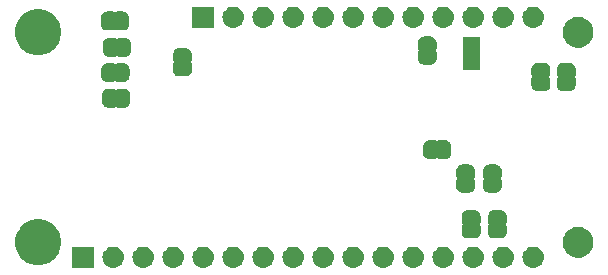
<source format=gbr>
G04 #@! TF.GenerationSoftware,KiCad,Pcbnew,(5.1.4)-1*
G04 #@! TF.CreationDate,2020-02-24T10:19:24-05:00*
G04 #@! TF.ProjectId,Feather-NEO-M9N-GPS,46656174-6865-4722-9d4e-454f2d4d394e,rev?*
G04 #@! TF.SameCoordinates,Original*
G04 #@! TF.FileFunction,Soldermask,Bot*
G04 #@! TF.FilePolarity,Negative*
%FSLAX46Y46*%
G04 Gerber Fmt 4.6, Leading zero omitted, Abs format (unit mm)*
G04 Created by KiCad (PCBNEW (5.1.4)-1) date 2020-02-24 10:19:24*
%MOMM*%
%LPD*%
G04 APERTURE LIST*
%ADD10C,0.100000*%
G04 APERTURE END LIST*
D10*
G36*
X167741600Y-78143100D02*
G01*
X167741600Y-79540100D01*
X167995600Y-79540100D01*
X167995600Y-78143100D01*
X167741600Y-78143100D01*
G37*
G36*
X165578743Y-95193719D02*
G01*
X165644927Y-95200237D01*
X165814766Y-95251757D01*
X165971291Y-95335422D01*
X166007029Y-95364752D01*
X166108486Y-95448014D01*
X166191748Y-95549471D01*
X166221078Y-95585209D01*
X166304743Y-95741734D01*
X166356263Y-95911573D01*
X166373659Y-96088200D01*
X166356263Y-96264827D01*
X166304743Y-96434666D01*
X166221078Y-96591191D01*
X166191748Y-96626929D01*
X166108486Y-96728386D01*
X166007029Y-96811648D01*
X165971291Y-96840978D01*
X165814766Y-96924643D01*
X165644927Y-96976163D01*
X165578743Y-96982681D01*
X165512560Y-96989200D01*
X165424040Y-96989200D01*
X165357857Y-96982681D01*
X165291673Y-96976163D01*
X165121834Y-96924643D01*
X164965309Y-96840978D01*
X164929571Y-96811648D01*
X164828114Y-96728386D01*
X164744852Y-96626929D01*
X164715522Y-96591191D01*
X164631857Y-96434666D01*
X164580337Y-96264827D01*
X164562941Y-96088200D01*
X164580337Y-95911573D01*
X164631857Y-95741734D01*
X164715522Y-95585209D01*
X164744852Y-95549471D01*
X164828114Y-95448014D01*
X164929571Y-95364752D01*
X164965309Y-95335422D01*
X165121834Y-95251757D01*
X165291673Y-95200237D01*
X165357857Y-95193719D01*
X165424040Y-95187200D01*
X165512560Y-95187200D01*
X165578743Y-95193719D01*
X165578743Y-95193719D01*
G37*
G36*
X152878743Y-95193719D02*
G01*
X152944927Y-95200237D01*
X153114766Y-95251757D01*
X153271291Y-95335422D01*
X153307029Y-95364752D01*
X153408486Y-95448014D01*
X153491748Y-95549471D01*
X153521078Y-95585209D01*
X153604743Y-95741734D01*
X153656263Y-95911573D01*
X153673659Y-96088200D01*
X153656263Y-96264827D01*
X153604743Y-96434666D01*
X153521078Y-96591191D01*
X153491748Y-96626929D01*
X153408486Y-96728386D01*
X153307029Y-96811648D01*
X153271291Y-96840978D01*
X153114766Y-96924643D01*
X152944927Y-96976163D01*
X152878743Y-96982681D01*
X152812560Y-96989200D01*
X152724040Y-96989200D01*
X152657857Y-96982681D01*
X152591673Y-96976163D01*
X152421834Y-96924643D01*
X152265309Y-96840978D01*
X152229571Y-96811648D01*
X152128114Y-96728386D01*
X152044852Y-96626929D01*
X152015522Y-96591191D01*
X151931857Y-96434666D01*
X151880337Y-96264827D01*
X151862941Y-96088200D01*
X151880337Y-95911573D01*
X151931857Y-95741734D01*
X152015522Y-95585209D01*
X152044852Y-95549471D01*
X152128114Y-95448014D01*
X152229571Y-95364752D01*
X152265309Y-95335422D01*
X152421834Y-95251757D01*
X152591673Y-95200237D01*
X152657857Y-95193719D01*
X152724040Y-95187200D01*
X152812560Y-95187200D01*
X152878743Y-95193719D01*
X152878743Y-95193719D01*
G37*
G36*
X168118743Y-95193719D02*
G01*
X168184927Y-95200237D01*
X168354766Y-95251757D01*
X168511291Y-95335422D01*
X168547029Y-95364752D01*
X168648486Y-95448014D01*
X168731748Y-95549471D01*
X168761078Y-95585209D01*
X168844743Y-95741734D01*
X168896263Y-95911573D01*
X168913659Y-96088200D01*
X168896263Y-96264827D01*
X168844743Y-96434666D01*
X168761078Y-96591191D01*
X168731748Y-96626929D01*
X168648486Y-96728386D01*
X168547029Y-96811648D01*
X168511291Y-96840978D01*
X168354766Y-96924643D01*
X168184927Y-96976163D01*
X168118743Y-96982681D01*
X168052560Y-96989200D01*
X167964040Y-96989200D01*
X167897857Y-96982681D01*
X167831673Y-96976163D01*
X167661834Y-96924643D01*
X167505309Y-96840978D01*
X167469571Y-96811648D01*
X167368114Y-96728386D01*
X167284852Y-96626929D01*
X167255522Y-96591191D01*
X167171857Y-96434666D01*
X167120337Y-96264827D01*
X167102941Y-96088200D01*
X167120337Y-95911573D01*
X167171857Y-95741734D01*
X167255522Y-95585209D01*
X167284852Y-95549471D01*
X167368114Y-95448014D01*
X167469571Y-95364752D01*
X167505309Y-95335422D01*
X167661834Y-95251757D01*
X167831673Y-95200237D01*
X167897857Y-95193719D01*
X167964040Y-95187200D01*
X168052560Y-95187200D01*
X168118743Y-95193719D01*
X168118743Y-95193719D01*
G37*
G36*
X163038743Y-95193719D02*
G01*
X163104927Y-95200237D01*
X163274766Y-95251757D01*
X163431291Y-95335422D01*
X163467029Y-95364752D01*
X163568486Y-95448014D01*
X163651748Y-95549471D01*
X163681078Y-95585209D01*
X163764743Y-95741734D01*
X163816263Y-95911573D01*
X163833659Y-96088200D01*
X163816263Y-96264827D01*
X163764743Y-96434666D01*
X163681078Y-96591191D01*
X163651748Y-96626929D01*
X163568486Y-96728386D01*
X163467029Y-96811648D01*
X163431291Y-96840978D01*
X163274766Y-96924643D01*
X163104927Y-96976163D01*
X163038743Y-96982681D01*
X162972560Y-96989200D01*
X162884040Y-96989200D01*
X162817857Y-96982681D01*
X162751673Y-96976163D01*
X162581834Y-96924643D01*
X162425309Y-96840978D01*
X162389571Y-96811648D01*
X162288114Y-96728386D01*
X162204852Y-96626929D01*
X162175522Y-96591191D01*
X162091857Y-96434666D01*
X162040337Y-96264827D01*
X162022941Y-96088200D01*
X162040337Y-95911573D01*
X162091857Y-95741734D01*
X162175522Y-95585209D01*
X162204852Y-95549471D01*
X162288114Y-95448014D01*
X162389571Y-95364752D01*
X162425309Y-95335422D01*
X162581834Y-95251757D01*
X162751673Y-95200237D01*
X162817857Y-95193719D01*
X162884040Y-95187200D01*
X162972560Y-95187200D01*
X163038743Y-95193719D01*
X163038743Y-95193719D01*
G37*
G36*
X160498743Y-95193719D02*
G01*
X160564927Y-95200237D01*
X160734766Y-95251757D01*
X160891291Y-95335422D01*
X160927029Y-95364752D01*
X161028486Y-95448014D01*
X161111748Y-95549471D01*
X161141078Y-95585209D01*
X161224743Y-95741734D01*
X161276263Y-95911573D01*
X161293659Y-96088200D01*
X161276263Y-96264827D01*
X161224743Y-96434666D01*
X161141078Y-96591191D01*
X161111748Y-96626929D01*
X161028486Y-96728386D01*
X160927029Y-96811648D01*
X160891291Y-96840978D01*
X160734766Y-96924643D01*
X160564927Y-96976163D01*
X160498743Y-96982681D01*
X160432560Y-96989200D01*
X160344040Y-96989200D01*
X160277857Y-96982681D01*
X160211673Y-96976163D01*
X160041834Y-96924643D01*
X159885309Y-96840978D01*
X159849571Y-96811648D01*
X159748114Y-96728386D01*
X159664852Y-96626929D01*
X159635522Y-96591191D01*
X159551857Y-96434666D01*
X159500337Y-96264827D01*
X159482941Y-96088200D01*
X159500337Y-95911573D01*
X159551857Y-95741734D01*
X159635522Y-95585209D01*
X159664852Y-95549471D01*
X159748114Y-95448014D01*
X159849571Y-95364752D01*
X159885309Y-95335422D01*
X160041834Y-95251757D01*
X160211673Y-95200237D01*
X160277857Y-95193719D01*
X160344040Y-95187200D01*
X160432560Y-95187200D01*
X160498743Y-95193719D01*
X160498743Y-95193719D01*
G37*
G36*
X157958743Y-95193719D02*
G01*
X158024927Y-95200237D01*
X158194766Y-95251757D01*
X158351291Y-95335422D01*
X158387029Y-95364752D01*
X158488486Y-95448014D01*
X158571748Y-95549471D01*
X158601078Y-95585209D01*
X158684743Y-95741734D01*
X158736263Y-95911573D01*
X158753659Y-96088200D01*
X158736263Y-96264827D01*
X158684743Y-96434666D01*
X158601078Y-96591191D01*
X158571748Y-96626929D01*
X158488486Y-96728386D01*
X158387029Y-96811648D01*
X158351291Y-96840978D01*
X158194766Y-96924643D01*
X158024927Y-96976163D01*
X157958743Y-96982681D01*
X157892560Y-96989200D01*
X157804040Y-96989200D01*
X157737857Y-96982681D01*
X157671673Y-96976163D01*
X157501834Y-96924643D01*
X157345309Y-96840978D01*
X157309571Y-96811648D01*
X157208114Y-96728386D01*
X157124852Y-96626929D01*
X157095522Y-96591191D01*
X157011857Y-96434666D01*
X156960337Y-96264827D01*
X156942941Y-96088200D01*
X156960337Y-95911573D01*
X157011857Y-95741734D01*
X157095522Y-95585209D01*
X157124852Y-95549471D01*
X157208114Y-95448014D01*
X157309571Y-95364752D01*
X157345309Y-95335422D01*
X157501834Y-95251757D01*
X157671673Y-95200237D01*
X157737857Y-95193719D01*
X157804040Y-95187200D01*
X157892560Y-95187200D01*
X157958743Y-95193719D01*
X157958743Y-95193719D01*
G37*
G36*
X155418743Y-95193719D02*
G01*
X155484927Y-95200237D01*
X155654766Y-95251757D01*
X155811291Y-95335422D01*
X155847029Y-95364752D01*
X155948486Y-95448014D01*
X156031748Y-95549471D01*
X156061078Y-95585209D01*
X156144743Y-95741734D01*
X156196263Y-95911573D01*
X156213659Y-96088200D01*
X156196263Y-96264827D01*
X156144743Y-96434666D01*
X156061078Y-96591191D01*
X156031748Y-96626929D01*
X155948486Y-96728386D01*
X155847029Y-96811648D01*
X155811291Y-96840978D01*
X155654766Y-96924643D01*
X155484927Y-96976163D01*
X155418743Y-96982681D01*
X155352560Y-96989200D01*
X155264040Y-96989200D01*
X155197857Y-96982681D01*
X155131673Y-96976163D01*
X154961834Y-96924643D01*
X154805309Y-96840978D01*
X154769571Y-96811648D01*
X154668114Y-96728386D01*
X154584852Y-96626929D01*
X154555522Y-96591191D01*
X154471857Y-96434666D01*
X154420337Y-96264827D01*
X154402941Y-96088200D01*
X154420337Y-95911573D01*
X154471857Y-95741734D01*
X154555522Y-95585209D01*
X154584852Y-95549471D01*
X154668114Y-95448014D01*
X154769571Y-95364752D01*
X154805309Y-95335422D01*
X154961834Y-95251757D01*
X155131673Y-95200237D01*
X155197857Y-95193719D01*
X155264040Y-95187200D01*
X155352560Y-95187200D01*
X155418743Y-95193719D01*
X155418743Y-95193719D01*
G37*
G36*
X170658743Y-95193719D02*
G01*
X170724927Y-95200237D01*
X170894766Y-95251757D01*
X171051291Y-95335422D01*
X171087029Y-95364752D01*
X171188486Y-95448014D01*
X171271748Y-95549471D01*
X171301078Y-95585209D01*
X171384743Y-95741734D01*
X171436263Y-95911573D01*
X171453659Y-96088200D01*
X171436263Y-96264827D01*
X171384743Y-96434666D01*
X171301078Y-96591191D01*
X171271748Y-96626929D01*
X171188486Y-96728386D01*
X171087029Y-96811648D01*
X171051291Y-96840978D01*
X170894766Y-96924643D01*
X170724927Y-96976163D01*
X170658743Y-96982681D01*
X170592560Y-96989200D01*
X170504040Y-96989200D01*
X170437857Y-96982681D01*
X170371673Y-96976163D01*
X170201834Y-96924643D01*
X170045309Y-96840978D01*
X170009571Y-96811648D01*
X169908114Y-96728386D01*
X169824852Y-96626929D01*
X169795522Y-96591191D01*
X169711857Y-96434666D01*
X169660337Y-96264827D01*
X169642941Y-96088200D01*
X169660337Y-95911573D01*
X169711857Y-95741734D01*
X169795522Y-95585209D01*
X169824852Y-95549471D01*
X169908114Y-95448014D01*
X170009571Y-95364752D01*
X170045309Y-95335422D01*
X170201834Y-95251757D01*
X170371673Y-95200237D01*
X170437857Y-95193719D01*
X170504040Y-95187200D01*
X170592560Y-95187200D01*
X170658743Y-95193719D01*
X170658743Y-95193719D01*
G37*
G36*
X173198743Y-95193719D02*
G01*
X173264927Y-95200237D01*
X173434766Y-95251757D01*
X173591291Y-95335422D01*
X173627029Y-95364752D01*
X173728486Y-95448014D01*
X173811748Y-95549471D01*
X173841078Y-95585209D01*
X173924743Y-95741734D01*
X173976263Y-95911573D01*
X173993659Y-96088200D01*
X173976263Y-96264827D01*
X173924743Y-96434666D01*
X173841078Y-96591191D01*
X173811748Y-96626929D01*
X173728486Y-96728386D01*
X173627029Y-96811648D01*
X173591291Y-96840978D01*
X173434766Y-96924643D01*
X173264927Y-96976163D01*
X173198743Y-96982681D01*
X173132560Y-96989200D01*
X173044040Y-96989200D01*
X172977857Y-96982681D01*
X172911673Y-96976163D01*
X172741834Y-96924643D01*
X172585309Y-96840978D01*
X172549571Y-96811648D01*
X172448114Y-96728386D01*
X172364852Y-96626929D01*
X172335522Y-96591191D01*
X172251857Y-96434666D01*
X172200337Y-96264827D01*
X172182941Y-96088200D01*
X172200337Y-95911573D01*
X172251857Y-95741734D01*
X172335522Y-95585209D01*
X172364852Y-95549471D01*
X172448114Y-95448014D01*
X172549571Y-95364752D01*
X172585309Y-95335422D01*
X172741834Y-95251757D01*
X172911673Y-95200237D01*
X172977857Y-95193719D01*
X173044040Y-95187200D01*
X173132560Y-95187200D01*
X173198743Y-95193719D01*
X173198743Y-95193719D01*
G37*
G36*
X135889300Y-96989200D02*
G01*
X134087300Y-96989200D01*
X134087300Y-95187200D01*
X135889300Y-95187200D01*
X135889300Y-96989200D01*
X135889300Y-96989200D01*
G37*
G36*
X137638743Y-95193719D02*
G01*
X137704927Y-95200237D01*
X137874766Y-95251757D01*
X138031291Y-95335422D01*
X138067029Y-95364752D01*
X138168486Y-95448014D01*
X138251748Y-95549471D01*
X138281078Y-95585209D01*
X138364743Y-95741734D01*
X138416263Y-95911573D01*
X138433659Y-96088200D01*
X138416263Y-96264827D01*
X138364743Y-96434666D01*
X138281078Y-96591191D01*
X138251748Y-96626929D01*
X138168486Y-96728386D01*
X138067029Y-96811648D01*
X138031291Y-96840978D01*
X137874766Y-96924643D01*
X137704927Y-96976163D01*
X137638743Y-96982681D01*
X137572560Y-96989200D01*
X137484040Y-96989200D01*
X137417857Y-96982681D01*
X137351673Y-96976163D01*
X137181834Y-96924643D01*
X137025309Y-96840978D01*
X136989571Y-96811648D01*
X136888114Y-96728386D01*
X136804852Y-96626929D01*
X136775522Y-96591191D01*
X136691857Y-96434666D01*
X136640337Y-96264827D01*
X136622941Y-96088200D01*
X136640337Y-95911573D01*
X136691857Y-95741734D01*
X136775522Y-95585209D01*
X136804852Y-95549471D01*
X136888114Y-95448014D01*
X136989571Y-95364752D01*
X137025309Y-95335422D01*
X137181834Y-95251757D01*
X137351673Y-95200237D01*
X137417857Y-95193719D01*
X137484040Y-95187200D01*
X137572560Y-95187200D01*
X137638743Y-95193719D01*
X137638743Y-95193719D01*
G37*
G36*
X140178743Y-95193719D02*
G01*
X140244927Y-95200237D01*
X140414766Y-95251757D01*
X140571291Y-95335422D01*
X140607029Y-95364752D01*
X140708486Y-95448014D01*
X140791748Y-95549471D01*
X140821078Y-95585209D01*
X140904743Y-95741734D01*
X140956263Y-95911573D01*
X140973659Y-96088200D01*
X140956263Y-96264827D01*
X140904743Y-96434666D01*
X140821078Y-96591191D01*
X140791748Y-96626929D01*
X140708486Y-96728386D01*
X140607029Y-96811648D01*
X140571291Y-96840978D01*
X140414766Y-96924643D01*
X140244927Y-96976163D01*
X140178743Y-96982681D01*
X140112560Y-96989200D01*
X140024040Y-96989200D01*
X139957857Y-96982681D01*
X139891673Y-96976163D01*
X139721834Y-96924643D01*
X139565309Y-96840978D01*
X139529571Y-96811648D01*
X139428114Y-96728386D01*
X139344852Y-96626929D01*
X139315522Y-96591191D01*
X139231857Y-96434666D01*
X139180337Y-96264827D01*
X139162941Y-96088200D01*
X139180337Y-95911573D01*
X139231857Y-95741734D01*
X139315522Y-95585209D01*
X139344852Y-95549471D01*
X139428114Y-95448014D01*
X139529571Y-95364752D01*
X139565309Y-95335422D01*
X139721834Y-95251757D01*
X139891673Y-95200237D01*
X139957857Y-95193719D01*
X140024040Y-95187200D01*
X140112560Y-95187200D01*
X140178743Y-95193719D01*
X140178743Y-95193719D01*
G37*
G36*
X145258743Y-95193719D02*
G01*
X145324927Y-95200237D01*
X145494766Y-95251757D01*
X145651291Y-95335422D01*
X145687029Y-95364752D01*
X145788486Y-95448014D01*
X145871748Y-95549471D01*
X145901078Y-95585209D01*
X145984743Y-95741734D01*
X146036263Y-95911573D01*
X146053659Y-96088200D01*
X146036263Y-96264827D01*
X145984743Y-96434666D01*
X145901078Y-96591191D01*
X145871748Y-96626929D01*
X145788486Y-96728386D01*
X145687029Y-96811648D01*
X145651291Y-96840978D01*
X145494766Y-96924643D01*
X145324927Y-96976163D01*
X145258743Y-96982681D01*
X145192560Y-96989200D01*
X145104040Y-96989200D01*
X145037857Y-96982681D01*
X144971673Y-96976163D01*
X144801834Y-96924643D01*
X144645309Y-96840978D01*
X144609571Y-96811648D01*
X144508114Y-96728386D01*
X144424852Y-96626929D01*
X144395522Y-96591191D01*
X144311857Y-96434666D01*
X144260337Y-96264827D01*
X144242941Y-96088200D01*
X144260337Y-95911573D01*
X144311857Y-95741734D01*
X144395522Y-95585209D01*
X144424852Y-95549471D01*
X144508114Y-95448014D01*
X144609571Y-95364752D01*
X144645309Y-95335422D01*
X144801834Y-95251757D01*
X144971673Y-95200237D01*
X145037857Y-95193719D01*
X145104040Y-95187200D01*
X145192560Y-95187200D01*
X145258743Y-95193719D01*
X145258743Y-95193719D01*
G37*
G36*
X150338743Y-95193719D02*
G01*
X150404927Y-95200237D01*
X150574766Y-95251757D01*
X150731291Y-95335422D01*
X150767029Y-95364752D01*
X150868486Y-95448014D01*
X150951748Y-95549471D01*
X150981078Y-95585209D01*
X151064743Y-95741734D01*
X151116263Y-95911573D01*
X151133659Y-96088200D01*
X151116263Y-96264827D01*
X151064743Y-96434666D01*
X150981078Y-96591191D01*
X150951748Y-96626929D01*
X150868486Y-96728386D01*
X150767029Y-96811648D01*
X150731291Y-96840978D01*
X150574766Y-96924643D01*
X150404927Y-96976163D01*
X150338743Y-96982681D01*
X150272560Y-96989200D01*
X150184040Y-96989200D01*
X150117857Y-96982681D01*
X150051673Y-96976163D01*
X149881834Y-96924643D01*
X149725309Y-96840978D01*
X149689571Y-96811648D01*
X149588114Y-96728386D01*
X149504852Y-96626929D01*
X149475522Y-96591191D01*
X149391857Y-96434666D01*
X149340337Y-96264827D01*
X149322941Y-96088200D01*
X149340337Y-95911573D01*
X149391857Y-95741734D01*
X149475522Y-95585209D01*
X149504852Y-95549471D01*
X149588114Y-95448014D01*
X149689571Y-95364752D01*
X149725309Y-95335422D01*
X149881834Y-95251757D01*
X150051673Y-95200237D01*
X150117857Y-95193719D01*
X150184040Y-95187200D01*
X150272560Y-95187200D01*
X150338743Y-95193719D01*
X150338743Y-95193719D01*
G37*
G36*
X147798743Y-95193719D02*
G01*
X147864927Y-95200237D01*
X148034766Y-95251757D01*
X148191291Y-95335422D01*
X148227029Y-95364752D01*
X148328486Y-95448014D01*
X148411748Y-95549471D01*
X148441078Y-95585209D01*
X148524743Y-95741734D01*
X148576263Y-95911573D01*
X148593659Y-96088200D01*
X148576263Y-96264827D01*
X148524743Y-96434666D01*
X148441078Y-96591191D01*
X148411748Y-96626929D01*
X148328486Y-96728386D01*
X148227029Y-96811648D01*
X148191291Y-96840978D01*
X148034766Y-96924643D01*
X147864927Y-96976163D01*
X147798743Y-96982681D01*
X147732560Y-96989200D01*
X147644040Y-96989200D01*
X147577857Y-96982681D01*
X147511673Y-96976163D01*
X147341834Y-96924643D01*
X147185309Y-96840978D01*
X147149571Y-96811648D01*
X147048114Y-96728386D01*
X146964852Y-96626929D01*
X146935522Y-96591191D01*
X146851857Y-96434666D01*
X146800337Y-96264827D01*
X146782941Y-96088200D01*
X146800337Y-95911573D01*
X146851857Y-95741734D01*
X146935522Y-95585209D01*
X146964852Y-95549471D01*
X147048114Y-95448014D01*
X147149571Y-95364752D01*
X147185309Y-95335422D01*
X147341834Y-95251757D01*
X147511673Y-95200237D01*
X147577857Y-95193719D01*
X147644040Y-95187200D01*
X147732560Y-95187200D01*
X147798743Y-95193719D01*
X147798743Y-95193719D01*
G37*
G36*
X142718743Y-95193719D02*
G01*
X142784927Y-95200237D01*
X142954766Y-95251757D01*
X143111291Y-95335422D01*
X143147029Y-95364752D01*
X143248486Y-95448014D01*
X143331748Y-95549471D01*
X143361078Y-95585209D01*
X143444743Y-95741734D01*
X143496263Y-95911573D01*
X143513659Y-96088200D01*
X143496263Y-96264827D01*
X143444743Y-96434666D01*
X143361078Y-96591191D01*
X143331748Y-96626929D01*
X143248486Y-96728386D01*
X143147029Y-96811648D01*
X143111291Y-96840978D01*
X142954766Y-96924643D01*
X142784927Y-96976163D01*
X142718743Y-96982681D01*
X142652560Y-96989200D01*
X142564040Y-96989200D01*
X142497857Y-96982681D01*
X142431673Y-96976163D01*
X142261834Y-96924643D01*
X142105309Y-96840978D01*
X142069571Y-96811648D01*
X141968114Y-96728386D01*
X141884852Y-96626929D01*
X141855522Y-96591191D01*
X141771857Y-96434666D01*
X141720337Y-96264827D01*
X141702941Y-96088200D01*
X141720337Y-95911573D01*
X141771857Y-95741734D01*
X141855522Y-95585209D01*
X141884852Y-95549471D01*
X141968114Y-95448014D01*
X142069571Y-95364752D01*
X142105309Y-95335422D01*
X142261834Y-95251757D01*
X142431673Y-95200237D01*
X142497857Y-95193719D01*
X142564040Y-95187200D01*
X142652560Y-95187200D01*
X142718743Y-95193719D01*
X142718743Y-95193719D01*
G37*
G36*
X131747385Y-92942175D02*
G01*
X132102443Y-93089245D01*
X132102445Y-93089246D01*
X132421990Y-93302759D01*
X132693741Y-93574510D01*
X132754384Y-93665269D01*
X132907255Y-93894057D01*
X133054325Y-94249115D01*
X133129300Y-94626042D01*
X133129300Y-95010358D01*
X133054325Y-95387285D01*
X132972342Y-95585209D01*
X132907254Y-95742345D01*
X132693741Y-96061890D01*
X132421990Y-96333641D01*
X132102445Y-96547154D01*
X132102444Y-96547155D01*
X132102443Y-96547155D01*
X131747385Y-96694225D01*
X131370458Y-96769200D01*
X130986142Y-96769200D01*
X130609215Y-96694225D01*
X130254157Y-96547155D01*
X130254156Y-96547155D01*
X130254155Y-96547154D01*
X129934610Y-96333641D01*
X129662859Y-96061890D01*
X129449346Y-95742345D01*
X129384258Y-95585209D01*
X129302275Y-95387285D01*
X129227300Y-95010358D01*
X129227300Y-94626042D01*
X129302275Y-94249115D01*
X129449345Y-93894057D01*
X129602216Y-93665269D01*
X129662859Y-93574510D01*
X129934610Y-93302759D01*
X130254155Y-93089246D01*
X130254157Y-93089245D01*
X130609215Y-92942175D01*
X130986142Y-92867200D01*
X131370458Y-92867200D01*
X131747385Y-92942175D01*
X131747385Y-92942175D01*
G37*
G36*
X177277787Y-93567196D02*
G01*
X177514553Y-93665268D01*
X177514555Y-93665269D01*
X177727639Y-93807647D01*
X177908853Y-93988861D01*
X177982673Y-94099340D01*
X178051232Y-94201947D01*
X178149304Y-94438713D01*
X178199300Y-94690061D01*
X178199300Y-94946339D01*
X178149304Y-95197687D01*
X178070769Y-95387286D01*
X178051231Y-95434455D01*
X177908853Y-95647539D01*
X177727639Y-95828753D01*
X177514555Y-95971131D01*
X177514554Y-95971132D01*
X177514553Y-95971132D01*
X177277787Y-96069204D01*
X177026439Y-96119200D01*
X176770161Y-96119200D01*
X176518813Y-96069204D01*
X176282047Y-95971132D01*
X176282046Y-95971132D01*
X176282045Y-95971131D01*
X176068961Y-95828753D01*
X175887747Y-95647539D01*
X175745369Y-95434455D01*
X175725831Y-95387286D01*
X175647296Y-95197687D01*
X175597300Y-94946339D01*
X175597300Y-94690061D01*
X175647296Y-94438713D01*
X175745368Y-94201947D01*
X175813928Y-94099340D01*
X175887747Y-93988861D01*
X176068961Y-93807647D01*
X176282045Y-93665269D01*
X176282047Y-93665268D01*
X176518813Y-93567196D01*
X176770161Y-93517200D01*
X177026439Y-93517200D01*
X177277787Y-93567196D01*
X177277787Y-93567196D01*
G37*
G36*
X170317739Y-92099234D02*
G01*
X170329990Y-92099836D01*
X170348409Y-92099836D01*
X170370689Y-92102030D01*
X170454773Y-92118756D01*
X170476200Y-92125256D01*
X170555398Y-92158060D01*
X170560843Y-92160971D01*
X170560849Y-92160973D01*
X170569709Y-92165709D01*
X170569713Y-92165712D01*
X170575154Y-92168620D01*
X170646439Y-92216251D01*
X170663744Y-92230452D01*
X170724368Y-92291076D01*
X170738569Y-92308381D01*
X170786200Y-92379666D01*
X170789108Y-92385107D01*
X170789111Y-92385111D01*
X170793847Y-92393971D01*
X170793849Y-92393977D01*
X170796760Y-92399422D01*
X170829564Y-92478620D01*
X170836064Y-92500047D01*
X170852790Y-92584131D01*
X170854984Y-92606411D01*
X170854984Y-92624830D01*
X170855586Y-92637081D01*
X170857392Y-92655419D01*
X170857392Y-93143140D01*
X170855803Y-93159279D01*
X170852888Y-93168888D01*
X170848150Y-93177752D01*
X170841777Y-93185517D01*
X170829334Y-93195728D01*
X170818965Y-93202658D01*
X170801638Y-93219985D01*
X170788025Y-93240360D01*
X170778649Y-93263000D01*
X170773869Y-93287033D01*
X170773870Y-93311537D01*
X170778652Y-93335570D01*
X170788030Y-93358209D01*
X170801645Y-93378582D01*
X170818972Y-93395909D01*
X170829342Y-93402838D01*
X170841777Y-93413043D01*
X170848150Y-93420808D01*
X170852888Y-93429672D01*
X170855803Y-93439281D01*
X170857392Y-93455420D01*
X170857392Y-93943142D01*
X170855586Y-93961479D01*
X170854984Y-93973730D01*
X170854984Y-93992149D01*
X170852790Y-94014429D01*
X170836064Y-94098513D01*
X170829564Y-94119940D01*
X170796760Y-94199138D01*
X170793849Y-94204583D01*
X170793847Y-94204589D01*
X170789111Y-94213449D01*
X170789108Y-94213453D01*
X170786200Y-94218894D01*
X170738569Y-94290179D01*
X170724368Y-94307484D01*
X170663744Y-94368108D01*
X170646439Y-94382309D01*
X170575154Y-94429940D01*
X170569713Y-94432848D01*
X170569709Y-94432851D01*
X170560849Y-94437587D01*
X170560843Y-94437589D01*
X170555398Y-94440500D01*
X170476200Y-94473304D01*
X170454773Y-94479804D01*
X170370689Y-94496530D01*
X170348409Y-94498724D01*
X170329990Y-94498724D01*
X170317739Y-94499326D01*
X170299402Y-94501132D01*
X169811678Y-94501132D01*
X169793341Y-94499326D01*
X169781090Y-94498724D01*
X169762671Y-94498724D01*
X169740391Y-94496530D01*
X169656307Y-94479804D01*
X169634880Y-94473304D01*
X169555682Y-94440500D01*
X169550237Y-94437589D01*
X169550231Y-94437587D01*
X169541371Y-94432851D01*
X169541367Y-94432848D01*
X169535926Y-94429940D01*
X169464641Y-94382309D01*
X169447336Y-94368108D01*
X169386712Y-94307484D01*
X169372511Y-94290179D01*
X169324880Y-94218894D01*
X169321972Y-94213453D01*
X169321969Y-94213449D01*
X169317233Y-94204589D01*
X169317231Y-94204583D01*
X169314320Y-94199138D01*
X169281516Y-94119940D01*
X169275016Y-94098513D01*
X169258290Y-94014429D01*
X169256096Y-93992149D01*
X169256096Y-93973730D01*
X169255494Y-93961479D01*
X169253688Y-93943142D01*
X169253688Y-93455420D01*
X169255277Y-93439281D01*
X169258192Y-93429672D01*
X169262930Y-93420808D01*
X169269303Y-93413043D01*
X169281746Y-93402832D01*
X169292115Y-93395902D01*
X169309442Y-93378575D01*
X169323055Y-93358200D01*
X169332431Y-93335560D01*
X169337211Y-93311527D01*
X169337210Y-93287023D01*
X169332428Y-93262990D01*
X169323050Y-93240351D01*
X169309435Y-93219978D01*
X169292108Y-93202651D01*
X169281738Y-93195722D01*
X169269303Y-93185517D01*
X169262930Y-93177752D01*
X169258192Y-93168888D01*
X169255277Y-93159279D01*
X169253688Y-93143140D01*
X169253688Y-92655419D01*
X169255494Y-92637081D01*
X169256096Y-92624830D01*
X169256096Y-92606411D01*
X169258290Y-92584131D01*
X169275016Y-92500047D01*
X169281516Y-92478620D01*
X169314320Y-92399422D01*
X169317231Y-92393977D01*
X169317233Y-92393971D01*
X169321969Y-92385111D01*
X169321972Y-92385107D01*
X169324880Y-92379666D01*
X169372511Y-92308381D01*
X169386712Y-92291076D01*
X169447336Y-92230452D01*
X169464641Y-92216251D01*
X169535926Y-92168620D01*
X169541367Y-92165712D01*
X169541371Y-92165709D01*
X169550231Y-92160973D01*
X169550237Y-92160971D01*
X169555682Y-92158060D01*
X169634880Y-92125256D01*
X169656307Y-92118756D01*
X169740391Y-92102030D01*
X169762671Y-92099836D01*
X169781090Y-92099836D01*
X169793341Y-92099234D01*
X169811679Y-92097428D01*
X170299401Y-92097428D01*
X170317739Y-92099234D01*
X170317739Y-92099234D01*
G37*
G36*
X168097779Y-92094154D02*
G01*
X168110030Y-92094756D01*
X168128449Y-92094756D01*
X168150729Y-92096950D01*
X168234813Y-92113676D01*
X168256240Y-92120176D01*
X168335438Y-92152980D01*
X168340883Y-92155891D01*
X168340889Y-92155893D01*
X168349749Y-92160629D01*
X168349753Y-92160632D01*
X168355194Y-92163540D01*
X168426479Y-92211171D01*
X168443784Y-92225372D01*
X168504408Y-92285996D01*
X168518609Y-92303301D01*
X168566240Y-92374586D01*
X168569148Y-92380027D01*
X168569151Y-92380031D01*
X168573887Y-92388891D01*
X168573889Y-92388897D01*
X168576800Y-92394342D01*
X168609604Y-92473540D01*
X168616104Y-92494967D01*
X168632830Y-92579051D01*
X168635024Y-92601331D01*
X168635024Y-92619750D01*
X168635626Y-92632001D01*
X168637432Y-92650339D01*
X168637432Y-93138060D01*
X168635843Y-93154199D01*
X168632928Y-93163808D01*
X168628190Y-93172672D01*
X168621817Y-93180437D01*
X168609374Y-93190648D01*
X168599005Y-93197578D01*
X168581678Y-93214905D01*
X168568065Y-93235280D01*
X168558689Y-93257920D01*
X168553909Y-93281953D01*
X168553910Y-93306457D01*
X168558692Y-93330490D01*
X168568070Y-93353129D01*
X168581685Y-93373502D01*
X168599012Y-93390829D01*
X168609382Y-93397758D01*
X168621817Y-93407963D01*
X168628190Y-93415728D01*
X168632928Y-93424592D01*
X168635843Y-93434201D01*
X168637432Y-93450340D01*
X168637432Y-93938062D01*
X168635626Y-93956399D01*
X168635024Y-93968650D01*
X168635024Y-93987069D01*
X168632830Y-94009349D01*
X168616104Y-94093433D01*
X168609604Y-94114860D01*
X168576800Y-94194058D01*
X168573889Y-94199503D01*
X168573887Y-94199509D01*
X168569151Y-94208369D01*
X168569148Y-94208373D01*
X168566240Y-94213814D01*
X168518609Y-94285099D01*
X168504408Y-94302404D01*
X168443784Y-94363028D01*
X168426479Y-94377229D01*
X168355194Y-94424860D01*
X168349753Y-94427768D01*
X168349749Y-94427771D01*
X168340889Y-94432507D01*
X168340883Y-94432509D01*
X168335438Y-94435420D01*
X168256240Y-94468224D01*
X168234813Y-94474724D01*
X168150729Y-94491450D01*
X168128449Y-94493644D01*
X168110030Y-94493644D01*
X168097779Y-94494246D01*
X168079442Y-94496052D01*
X167591718Y-94496052D01*
X167573381Y-94494246D01*
X167561130Y-94493644D01*
X167542711Y-94493644D01*
X167520431Y-94491450D01*
X167436347Y-94474724D01*
X167414920Y-94468224D01*
X167335722Y-94435420D01*
X167330277Y-94432509D01*
X167330271Y-94432507D01*
X167321411Y-94427771D01*
X167321407Y-94427768D01*
X167315966Y-94424860D01*
X167244681Y-94377229D01*
X167227376Y-94363028D01*
X167166752Y-94302404D01*
X167152551Y-94285099D01*
X167104920Y-94213814D01*
X167102012Y-94208373D01*
X167102009Y-94208369D01*
X167097273Y-94199509D01*
X167097271Y-94199503D01*
X167094360Y-94194058D01*
X167061556Y-94114860D01*
X167055056Y-94093433D01*
X167038330Y-94009349D01*
X167036136Y-93987069D01*
X167036136Y-93968650D01*
X167035534Y-93956399D01*
X167033728Y-93938062D01*
X167033728Y-93450340D01*
X167035317Y-93434201D01*
X167038232Y-93424592D01*
X167042970Y-93415728D01*
X167049343Y-93407963D01*
X167061786Y-93397752D01*
X167072155Y-93390822D01*
X167089482Y-93373495D01*
X167103095Y-93353120D01*
X167112471Y-93330480D01*
X167117251Y-93306447D01*
X167117250Y-93281943D01*
X167112468Y-93257910D01*
X167103090Y-93235271D01*
X167089475Y-93214898D01*
X167072148Y-93197571D01*
X167061778Y-93190642D01*
X167049343Y-93180437D01*
X167042970Y-93172672D01*
X167038232Y-93163808D01*
X167035317Y-93154199D01*
X167033728Y-93138060D01*
X167033728Y-92650339D01*
X167035534Y-92632001D01*
X167036136Y-92619750D01*
X167036136Y-92601331D01*
X167038330Y-92579051D01*
X167055056Y-92494967D01*
X167061556Y-92473540D01*
X167094360Y-92394342D01*
X167097271Y-92388897D01*
X167097273Y-92388891D01*
X167102009Y-92380031D01*
X167102012Y-92380027D01*
X167104920Y-92374586D01*
X167152551Y-92303301D01*
X167166752Y-92285996D01*
X167227376Y-92225372D01*
X167244681Y-92211171D01*
X167315966Y-92163540D01*
X167321407Y-92160632D01*
X167321411Y-92160629D01*
X167330271Y-92155893D01*
X167330277Y-92155891D01*
X167335722Y-92152980D01*
X167414920Y-92120176D01*
X167436347Y-92113676D01*
X167520431Y-92096950D01*
X167542711Y-92094756D01*
X167561130Y-92094756D01*
X167573381Y-92094154D01*
X167591719Y-92092348D01*
X168079441Y-92092348D01*
X168097779Y-92094154D01*
X168097779Y-92094154D01*
G37*
G36*
X167635499Y-88220654D02*
G01*
X167647750Y-88221256D01*
X167666169Y-88221256D01*
X167688449Y-88223450D01*
X167772533Y-88240176D01*
X167793960Y-88246676D01*
X167873158Y-88279480D01*
X167878603Y-88282391D01*
X167878609Y-88282393D01*
X167887469Y-88287129D01*
X167887473Y-88287132D01*
X167892914Y-88290040D01*
X167964199Y-88337671D01*
X167981504Y-88351872D01*
X168042128Y-88412496D01*
X168056329Y-88429801D01*
X168103960Y-88501086D01*
X168106868Y-88506527D01*
X168106871Y-88506531D01*
X168111607Y-88515391D01*
X168111609Y-88515397D01*
X168114520Y-88520842D01*
X168147324Y-88600040D01*
X168153824Y-88621467D01*
X168170550Y-88705551D01*
X168172744Y-88727831D01*
X168172744Y-88746250D01*
X168173346Y-88758501D01*
X168175152Y-88776839D01*
X168175152Y-89264560D01*
X168173563Y-89280699D01*
X168170648Y-89290308D01*
X168165910Y-89299172D01*
X168159537Y-89306937D01*
X168147094Y-89317148D01*
X168136725Y-89324078D01*
X168119398Y-89341405D01*
X168105785Y-89361780D01*
X168096409Y-89384420D01*
X168091629Y-89408453D01*
X168091630Y-89432957D01*
X168096412Y-89456990D01*
X168105790Y-89479629D01*
X168119405Y-89500002D01*
X168136732Y-89517329D01*
X168147102Y-89524258D01*
X168159537Y-89534463D01*
X168165910Y-89542228D01*
X168170648Y-89551092D01*
X168173563Y-89560701D01*
X168175152Y-89576840D01*
X168175152Y-90064562D01*
X168173346Y-90082899D01*
X168172744Y-90095150D01*
X168172744Y-90113569D01*
X168170550Y-90135849D01*
X168153824Y-90219933D01*
X168147324Y-90241360D01*
X168114520Y-90320558D01*
X168111609Y-90326003D01*
X168111607Y-90326009D01*
X168106871Y-90334869D01*
X168106868Y-90334873D01*
X168103960Y-90340314D01*
X168056329Y-90411599D01*
X168042128Y-90428904D01*
X167981504Y-90489528D01*
X167964199Y-90503729D01*
X167892914Y-90551360D01*
X167887473Y-90554268D01*
X167887469Y-90554271D01*
X167878609Y-90559007D01*
X167878603Y-90559009D01*
X167873158Y-90561920D01*
X167793960Y-90594724D01*
X167772533Y-90601224D01*
X167688449Y-90617950D01*
X167666169Y-90620144D01*
X167647750Y-90620144D01*
X167635499Y-90620746D01*
X167617162Y-90622552D01*
X167129438Y-90622552D01*
X167111101Y-90620746D01*
X167098850Y-90620144D01*
X167080431Y-90620144D01*
X167058151Y-90617950D01*
X166974067Y-90601224D01*
X166952640Y-90594724D01*
X166873442Y-90561920D01*
X166867997Y-90559009D01*
X166867991Y-90559007D01*
X166859131Y-90554271D01*
X166859127Y-90554268D01*
X166853686Y-90551360D01*
X166782401Y-90503729D01*
X166765096Y-90489528D01*
X166704472Y-90428904D01*
X166690271Y-90411599D01*
X166642640Y-90340314D01*
X166639732Y-90334873D01*
X166639729Y-90334869D01*
X166634993Y-90326009D01*
X166634991Y-90326003D01*
X166632080Y-90320558D01*
X166599276Y-90241360D01*
X166592776Y-90219933D01*
X166576050Y-90135849D01*
X166573856Y-90113569D01*
X166573856Y-90095150D01*
X166573254Y-90082899D01*
X166571448Y-90064562D01*
X166571448Y-89576840D01*
X166573037Y-89560701D01*
X166575952Y-89551092D01*
X166580690Y-89542228D01*
X166587063Y-89534463D01*
X166599506Y-89524252D01*
X166609875Y-89517322D01*
X166627202Y-89499995D01*
X166640815Y-89479620D01*
X166650191Y-89456980D01*
X166654971Y-89432947D01*
X166654970Y-89408443D01*
X166650188Y-89384410D01*
X166640810Y-89361771D01*
X166627195Y-89341398D01*
X166609868Y-89324071D01*
X166599498Y-89317142D01*
X166587063Y-89306937D01*
X166580690Y-89299172D01*
X166575952Y-89290308D01*
X166573037Y-89280699D01*
X166571448Y-89264560D01*
X166571448Y-88776839D01*
X166573254Y-88758501D01*
X166573856Y-88746250D01*
X166573856Y-88727831D01*
X166576050Y-88705551D01*
X166592776Y-88621467D01*
X166599276Y-88600040D01*
X166632080Y-88520842D01*
X166634991Y-88515397D01*
X166634993Y-88515391D01*
X166639729Y-88506531D01*
X166639732Y-88506527D01*
X166642640Y-88501086D01*
X166690271Y-88429801D01*
X166704472Y-88412496D01*
X166765096Y-88351872D01*
X166782401Y-88337671D01*
X166853686Y-88290040D01*
X166859127Y-88287132D01*
X166859131Y-88287129D01*
X166867991Y-88282393D01*
X166867997Y-88282391D01*
X166873442Y-88279480D01*
X166952640Y-88246676D01*
X166974067Y-88240176D01*
X167058151Y-88223450D01*
X167080431Y-88221256D01*
X167098850Y-88221256D01*
X167111101Y-88220654D01*
X167129439Y-88218848D01*
X167617161Y-88218848D01*
X167635499Y-88220654D01*
X167635499Y-88220654D01*
G37*
G36*
X169896099Y-88220654D02*
G01*
X169908350Y-88221256D01*
X169926769Y-88221256D01*
X169949049Y-88223450D01*
X170033133Y-88240176D01*
X170054560Y-88246676D01*
X170133758Y-88279480D01*
X170139203Y-88282391D01*
X170139209Y-88282393D01*
X170148069Y-88287129D01*
X170148073Y-88287132D01*
X170153514Y-88290040D01*
X170224799Y-88337671D01*
X170242104Y-88351872D01*
X170302728Y-88412496D01*
X170316929Y-88429801D01*
X170364560Y-88501086D01*
X170367468Y-88506527D01*
X170367471Y-88506531D01*
X170372207Y-88515391D01*
X170372209Y-88515397D01*
X170375120Y-88520842D01*
X170407924Y-88600040D01*
X170414424Y-88621467D01*
X170431150Y-88705551D01*
X170433344Y-88727831D01*
X170433344Y-88746250D01*
X170433946Y-88758501D01*
X170435752Y-88776839D01*
X170435752Y-89264560D01*
X170434163Y-89280699D01*
X170431248Y-89290308D01*
X170426510Y-89299172D01*
X170420137Y-89306937D01*
X170407694Y-89317148D01*
X170397325Y-89324078D01*
X170379998Y-89341405D01*
X170366385Y-89361780D01*
X170357009Y-89384420D01*
X170352229Y-89408453D01*
X170352230Y-89432957D01*
X170357012Y-89456990D01*
X170366390Y-89479629D01*
X170380005Y-89500002D01*
X170397332Y-89517329D01*
X170407702Y-89524258D01*
X170420137Y-89534463D01*
X170426510Y-89542228D01*
X170431248Y-89551092D01*
X170434163Y-89560701D01*
X170435752Y-89576840D01*
X170435752Y-90064562D01*
X170433946Y-90082899D01*
X170433344Y-90095150D01*
X170433344Y-90113569D01*
X170431150Y-90135849D01*
X170414424Y-90219933D01*
X170407924Y-90241360D01*
X170375120Y-90320558D01*
X170372209Y-90326003D01*
X170372207Y-90326009D01*
X170367471Y-90334869D01*
X170367468Y-90334873D01*
X170364560Y-90340314D01*
X170316929Y-90411599D01*
X170302728Y-90428904D01*
X170242104Y-90489528D01*
X170224799Y-90503729D01*
X170153514Y-90551360D01*
X170148073Y-90554268D01*
X170148069Y-90554271D01*
X170139209Y-90559007D01*
X170139203Y-90559009D01*
X170133758Y-90561920D01*
X170054560Y-90594724D01*
X170033133Y-90601224D01*
X169949049Y-90617950D01*
X169926769Y-90620144D01*
X169908350Y-90620144D01*
X169896099Y-90620746D01*
X169877762Y-90622552D01*
X169390038Y-90622552D01*
X169371701Y-90620746D01*
X169359450Y-90620144D01*
X169341031Y-90620144D01*
X169318751Y-90617950D01*
X169234667Y-90601224D01*
X169213240Y-90594724D01*
X169134042Y-90561920D01*
X169128597Y-90559009D01*
X169128591Y-90559007D01*
X169119731Y-90554271D01*
X169119727Y-90554268D01*
X169114286Y-90551360D01*
X169043001Y-90503729D01*
X169025696Y-90489528D01*
X168965072Y-90428904D01*
X168950871Y-90411599D01*
X168903240Y-90340314D01*
X168900332Y-90334873D01*
X168900329Y-90334869D01*
X168895593Y-90326009D01*
X168895591Y-90326003D01*
X168892680Y-90320558D01*
X168859876Y-90241360D01*
X168853376Y-90219933D01*
X168836650Y-90135849D01*
X168834456Y-90113569D01*
X168834456Y-90095150D01*
X168833854Y-90082899D01*
X168832048Y-90064562D01*
X168832048Y-89576840D01*
X168833637Y-89560701D01*
X168836552Y-89551092D01*
X168841290Y-89542228D01*
X168847663Y-89534463D01*
X168860106Y-89524252D01*
X168870475Y-89517322D01*
X168887802Y-89499995D01*
X168901415Y-89479620D01*
X168910791Y-89456980D01*
X168915571Y-89432947D01*
X168915570Y-89408443D01*
X168910788Y-89384410D01*
X168901410Y-89361771D01*
X168887795Y-89341398D01*
X168870468Y-89324071D01*
X168860098Y-89317142D01*
X168847663Y-89306937D01*
X168841290Y-89299172D01*
X168836552Y-89290308D01*
X168833637Y-89280699D01*
X168832048Y-89264560D01*
X168832048Y-88776839D01*
X168833854Y-88758501D01*
X168834456Y-88746250D01*
X168834456Y-88727831D01*
X168836650Y-88705551D01*
X168853376Y-88621467D01*
X168859876Y-88600040D01*
X168892680Y-88520842D01*
X168895591Y-88515397D01*
X168895593Y-88515391D01*
X168900329Y-88506531D01*
X168900332Y-88506527D01*
X168903240Y-88501086D01*
X168950871Y-88429801D01*
X168965072Y-88412496D01*
X169025696Y-88351872D01*
X169043001Y-88337671D01*
X169114286Y-88290040D01*
X169119727Y-88287132D01*
X169119731Y-88287129D01*
X169128591Y-88282393D01*
X169128597Y-88282391D01*
X169134042Y-88279480D01*
X169213240Y-88246676D01*
X169234667Y-88240176D01*
X169318751Y-88223450D01*
X169341031Y-88221256D01*
X169359450Y-88221256D01*
X169371701Y-88220654D01*
X169390039Y-88218848D01*
X169877761Y-88218848D01*
X169896099Y-88220654D01*
X169896099Y-88220654D01*
G37*
G36*
X164820299Y-86182037D02*
G01*
X164829908Y-86184952D01*
X164838772Y-86189690D01*
X164846537Y-86196063D01*
X164856748Y-86208506D01*
X164863678Y-86218875D01*
X164881005Y-86236202D01*
X164901380Y-86249815D01*
X164924020Y-86259191D01*
X164948053Y-86263971D01*
X164972557Y-86263970D01*
X164996590Y-86259188D01*
X165019229Y-86249810D01*
X165039602Y-86236195D01*
X165056929Y-86218868D01*
X165063858Y-86208498D01*
X165074063Y-86196063D01*
X165081828Y-86189690D01*
X165090692Y-86184952D01*
X165100301Y-86182037D01*
X165116440Y-86180448D01*
X165604161Y-86180448D01*
X165622499Y-86182254D01*
X165634750Y-86182856D01*
X165653169Y-86182856D01*
X165675449Y-86185050D01*
X165759533Y-86201776D01*
X165780960Y-86208276D01*
X165860158Y-86241080D01*
X165865603Y-86243991D01*
X165865609Y-86243993D01*
X165874469Y-86248729D01*
X165874473Y-86248732D01*
X165879914Y-86251640D01*
X165951199Y-86299271D01*
X165968504Y-86313472D01*
X166029128Y-86374096D01*
X166043329Y-86391401D01*
X166090960Y-86462686D01*
X166093868Y-86468127D01*
X166093871Y-86468131D01*
X166098607Y-86476991D01*
X166098609Y-86476997D01*
X166101520Y-86482442D01*
X166134324Y-86561640D01*
X166140824Y-86583067D01*
X166157550Y-86667151D01*
X166159744Y-86689431D01*
X166159744Y-86707850D01*
X166160346Y-86720101D01*
X166162152Y-86738439D01*
X166162152Y-87226162D01*
X166160346Y-87244499D01*
X166159744Y-87256750D01*
X166159744Y-87275169D01*
X166157550Y-87297449D01*
X166140824Y-87381533D01*
X166134324Y-87402960D01*
X166101520Y-87482158D01*
X166098609Y-87487603D01*
X166098607Y-87487609D01*
X166093871Y-87496469D01*
X166093868Y-87496473D01*
X166090960Y-87501914D01*
X166043329Y-87573199D01*
X166029128Y-87590504D01*
X165968504Y-87651128D01*
X165951199Y-87665329D01*
X165879914Y-87712960D01*
X165874473Y-87715868D01*
X165874469Y-87715871D01*
X165865609Y-87720607D01*
X165865603Y-87720609D01*
X165860158Y-87723520D01*
X165780960Y-87756324D01*
X165759533Y-87762824D01*
X165675449Y-87779550D01*
X165653169Y-87781744D01*
X165634750Y-87781744D01*
X165622499Y-87782346D01*
X165604162Y-87784152D01*
X165116440Y-87784152D01*
X165100301Y-87782563D01*
X165090692Y-87779648D01*
X165081828Y-87774910D01*
X165074063Y-87768537D01*
X165063852Y-87756094D01*
X165056922Y-87745725D01*
X165039595Y-87728398D01*
X165019220Y-87714785D01*
X164996580Y-87705409D01*
X164972547Y-87700629D01*
X164948043Y-87700630D01*
X164924010Y-87705412D01*
X164901371Y-87714790D01*
X164880998Y-87728405D01*
X164863671Y-87745732D01*
X164856742Y-87756102D01*
X164846537Y-87768537D01*
X164838772Y-87774910D01*
X164829908Y-87779648D01*
X164820299Y-87782563D01*
X164804160Y-87784152D01*
X164316438Y-87784152D01*
X164298101Y-87782346D01*
X164285850Y-87781744D01*
X164267431Y-87781744D01*
X164245151Y-87779550D01*
X164161067Y-87762824D01*
X164139640Y-87756324D01*
X164060442Y-87723520D01*
X164054997Y-87720609D01*
X164054991Y-87720607D01*
X164046131Y-87715871D01*
X164046127Y-87715868D01*
X164040686Y-87712960D01*
X163969401Y-87665329D01*
X163952096Y-87651128D01*
X163891472Y-87590504D01*
X163877271Y-87573199D01*
X163829640Y-87501914D01*
X163826732Y-87496473D01*
X163826729Y-87496469D01*
X163821993Y-87487609D01*
X163821991Y-87487603D01*
X163819080Y-87482158D01*
X163786276Y-87402960D01*
X163779776Y-87381533D01*
X163763050Y-87297449D01*
X163760856Y-87275169D01*
X163760856Y-87256750D01*
X163760254Y-87244499D01*
X163758448Y-87226162D01*
X163758448Y-86738439D01*
X163760254Y-86720101D01*
X163760856Y-86707850D01*
X163760856Y-86689431D01*
X163763050Y-86667151D01*
X163779776Y-86583067D01*
X163786276Y-86561640D01*
X163819080Y-86482442D01*
X163821991Y-86476997D01*
X163821993Y-86476991D01*
X163826729Y-86468131D01*
X163826732Y-86468127D01*
X163829640Y-86462686D01*
X163877271Y-86391401D01*
X163891472Y-86374096D01*
X163952096Y-86313472D01*
X163969401Y-86299271D01*
X164040686Y-86251640D01*
X164046127Y-86248732D01*
X164046131Y-86248729D01*
X164054991Y-86243993D01*
X164054997Y-86243991D01*
X164060442Y-86241080D01*
X164139640Y-86208276D01*
X164161067Y-86201776D01*
X164245151Y-86185050D01*
X164267431Y-86182856D01*
X164285850Y-86182856D01*
X164298101Y-86182254D01*
X164316439Y-86180448D01*
X164804160Y-86180448D01*
X164820299Y-86182037D01*
X164820299Y-86182037D01*
G37*
G36*
X137642299Y-81825937D02*
G01*
X137651908Y-81828852D01*
X137660772Y-81833590D01*
X137668537Y-81839963D01*
X137678748Y-81852406D01*
X137685678Y-81862775D01*
X137703005Y-81880102D01*
X137723380Y-81893715D01*
X137746020Y-81903091D01*
X137770053Y-81907871D01*
X137794557Y-81907870D01*
X137818590Y-81903088D01*
X137841229Y-81893710D01*
X137861602Y-81880095D01*
X137878929Y-81862768D01*
X137885858Y-81852398D01*
X137896063Y-81839963D01*
X137903828Y-81833590D01*
X137912692Y-81828852D01*
X137922301Y-81825937D01*
X137938440Y-81824348D01*
X138426161Y-81824348D01*
X138444499Y-81826154D01*
X138456750Y-81826756D01*
X138475169Y-81826756D01*
X138497449Y-81828950D01*
X138581533Y-81845676D01*
X138602960Y-81852176D01*
X138682158Y-81884980D01*
X138687603Y-81887891D01*
X138687609Y-81887893D01*
X138696469Y-81892629D01*
X138696473Y-81892632D01*
X138701914Y-81895540D01*
X138773199Y-81943171D01*
X138790504Y-81957372D01*
X138851128Y-82017996D01*
X138865329Y-82035301D01*
X138912960Y-82106586D01*
X138915868Y-82112027D01*
X138915871Y-82112031D01*
X138920607Y-82120891D01*
X138920609Y-82120897D01*
X138923520Y-82126342D01*
X138956324Y-82205540D01*
X138962824Y-82226967D01*
X138979550Y-82311051D01*
X138981744Y-82333331D01*
X138981744Y-82351750D01*
X138982346Y-82364001D01*
X138984152Y-82382339D01*
X138984152Y-82870062D01*
X138982346Y-82888399D01*
X138981744Y-82900650D01*
X138981744Y-82919069D01*
X138979550Y-82941349D01*
X138962824Y-83025433D01*
X138956324Y-83046860D01*
X138923520Y-83126058D01*
X138920609Y-83131503D01*
X138920607Y-83131509D01*
X138915871Y-83140369D01*
X138915868Y-83140373D01*
X138912960Y-83145814D01*
X138865329Y-83217099D01*
X138851128Y-83234404D01*
X138790504Y-83295028D01*
X138773199Y-83309229D01*
X138701914Y-83356860D01*
X138696473Y-83359768D01*
X138696469Y-83359771D01*
X138687609Y-83364507D01*
X138687603Y-83364509D01*
X138682158Y-83367420D01*
X138602960Y-83400224D01*
X138581533Y-83406724D01*
X138497449Y-83423450D01*
X138475169Y-83425644D01*
X138456750Y-83425644D01*
X138444499Y-83426246D01*
X138426162Y-83428052D01*
X137938440Y-83428052D01*
X137922301Y-83426463D01*
X137912692Y-83423548D01*
X137903828Y-83418810D01*
X137896063Y-83412437D01*
X137885852Y-83399994D01*
X137878922Y-83389625D01*
X137861595Y-83372298D01*
X137841220Y-83358685D01*
X137818580Y-83349309D01*
X137794547Y-83344529D01*
X137770043Y-83344530D01*
X137746010Y-83349312D01*
X137723371Y-83358690D01*
X137702998Y-83372305D01*
X137685671Y-83389632D01*
X137678742Y-83400002D01*
X137668537Y-83412437D01*
X137660772Y-83418810D01*
X137651908Y-83423548D01*
X137642299Y-83426463D01*
X137626160Y-83428052D01*
X137138438Y-83428052D01*
X137120101Y-83426246D01*
X137107850Y-83425644D01*
X137089431Y-83425644D01*
X137067151Y-83423450D01*
X136983067Y-83406724D01*
X136961640Y-83400224D01*
X136882442Y-83367420D01*
X136876997Y-83364509D01*
X136876991Y-83364507D01*
X136868131Y-83359771D01*
X136868127Y-83359768D01*
X136862686Y-83356860D01*
X136791401Y-83309229D01*
X136774096Y-83295028D01*
X136713472Y-83234404D01*
X136699271Y-83217099D01*
X136651640Y-83145814D01*
X136648732Y-83140373D01*
X136648729Y-83140369D01*
X136643993Y-83131509D01*
X136643991Y-83131503D01*
X136641080Y-83126058D01*
X136608276Y-83046860D01*
X136601776Y-83025433D01*
X136585050Y-82941349D01*
X136582856Y-82919069D01*
X136582856Y-82900650D01*
X136582254Y-82888399D01*
X136580448Y-82870062D01*
X136580448Y-82382339D01*
X136582254Y-82364001D01*
X136582856Y-82351750D01*
X136582856Y-82333331D01*
X136585050Y-82311051D01*
X136601776Y-82226967D01*
X136608276Y-82205540D01*
X136641080Y-82126342D01*
X136643991Y-82120897D01*
X136643993Y-82120891D01*
X136648729Y-82112031D01*
X136648732Y-82112027D01*
X136651640Y-82106586D01*
X136699271Y-82035301D01*
X136713472Y-82017996D01*
X136774096Y-81957372D01*
X136791401Y-81943171D01*
X136862686Y-81895540D01*
X136868127Y-81892632D01*
X136868131Y-81892629D01*
X136876991Y-81887893D01*
X136876997Y-81887891D01*
X136882442Y-81884980D01*
X136961640Y-81852176D01*
X136983067Y-81845676D01*
X137067151Y-81828950D01*
X137089431Y-81826756D01*
X137107850Y-81826756D01*
X137120101Y-81826154D01*
X137138439Y-81824348D01*
X137626160Y-81824348D01*
X137642299Y-81825937D01*
X137642299Y-81825937D01*
G37*
G36*
X174008359Y-79622754D02*
G01*
X174020610Y-79623356D01*
X174039029Y-79623356D01*
X174061309Y-79625550D01*
X174145393Y-79642276D01*
X174166820Y-79648776D01*
X174246018Y-79681580D01*
X174251463Y-79684491D01*
X174251469Y-79684493D01*
X174260329Y-79689229D01*
X174260333Y-79689232D01*
X174265774Y-79692140D01*
X174337059Y-79739771D01*
X174354364Y-79753972D01*
X174414988Y-79814596D01*
X174429189Y-79831901D01*
X174476820Y-79903186D01*
X174479728Y-79908627D01*
X174479731Y-79908631D01*
X174484467Y-79917491D01*
X174484469Y-79917497D01*
X174487380Y-79922942D01*
X174520184Y-80002140D01*
X174526684Y-80023567D01*
X174543410Y-80107651D01*
X174545604Y-80129931D01*
X174545604Y-80148350D01*
X174546206Y-80160601D01*
X174548012Y-80178939D01*
X174548012Y-80666660D01*
X174546423Y-80682799D01*
X174543508Y-80692408D01*
X174538770Y-80701272D01*
X174532397Y-80709037D01*
X174519954Y-80719248D01*
X174509585Y-80726178D01*
X174492258Y-80743505D01*
X174478645Y-80763880D01*
X174469269Y-80786520D01*
X174464489Y-80810553D01*
X174464490Y-80835057D01*
X174469272Y-80859090D01*
X174478650Y-80881729D01*
X174492265Y-80902102D01*
X174509592Y-80919429D01*
X174519962Y-80926358D01*
X174532397Y-80936563D01*
X174538770Y-80944328D01*
X174543508Y-80953192D01*
X174546423Y-80962801D01*
X174548012Y-80978940D01*
X174548012Y-81466662D01*
X174546206Y-81484999D01*
X174545604Y-81497250D01*
X174545604Y-81515669D01*
X174543410Y-81537949D01*
X174526684Y-81622033D01*
X174520184Y-81643460D01*
X174487380Y-81722658D01*
X174484469Y-81728103D01*
X174484467Y-81728109D01*
X174479731Y-81736969D01*
X174479728Y-81736973D01*
X174476820Y-81742414D01*
X174429189Y-81813699D01*
X174414988Y-81831004D01*
X174354364Y-81891628D01*
X174337059Y-81905829D01*
X174265774Y-81953460D01*
X174260333Y-81956368D01*
X174260329Y-81956371D01*
X174251469Y-81961107D01*
X174251463Y-81961109D01*
X174246018Y-81964020D01*
X174166820Y-81996824D01*
X174145393Y-82003324D01*
X174061309Y-82020050D01*
X174039029Y-82022244D01*
X174020610Y-82022244D01*
X174008359Y-82022846D01*
X173990022Y-82024652D01*
X173502298Y-82024652D01*
X173483961Y-82022846D01*
X173471710Y-82022244D01*
X173453291Y-82022244D01*
X173431011Y-82020050D01*
X173346927Y-82003324D01*
X173325500Y-81996824D01*
X173246302Y-81964020D01*
X173240857Y-81961109D01*
X173240851Y-81961107D01*
X173231991Y-81956371D01*
X173231987Y-81956368D01*
X173226546Y-81953460D01*
X173155261Y-81905829D01*
X173137956Y-81891628D01*
X173077332Y-81831004D01*
X173063131Y-81813699D01*
X173015500Y-81742414D01*
X173012592Y-81736973D01*
X173012589Y-81736969D01*
X173007853Y-81728109D01*
X173007851Y-81728103D01*
X173004940Y-81722658D01*
X172972136Y-81643460D01*
X172965636Y-81622033D01*
X172948910Y-81537949D01*
X172946716Y-81515669D01*
X172946716Y-81497250D01*
X172946114Y-81484999D01*
X172944308Y-81466662D01*
X172944308Y-80978940D01*
X172945897Y-80962801D01*
X172948812Y-80953192D01*
X172953550Y-80944328D01*
X172959923Y-80936563D01*
X172972366Y-80926352D01*
X172982735Y-80919422D01*
X173000062Y-80902095D01*
X173013675Y-80881720D01*
X173023051Y-80859080D01*
X173027831Y-80835047D01*
X173027830Y-80810543D01*
X173023048Y-80786510D01*
X173013670Y-80763871D01*
X173000055Y-80743498D01*
X172982728Y-80726171D01*
X172972358Y-80719242D01*
X172959923Y-80709037D01*
X172953550Y-80701272D01*
X172948812Y-80692408D01*
X172945897Y-80682799D01*
X172944308Y-80666660D01*
X172944308Y-80178939D01*
X172946114Y-80160601D01*
X172946716Y-80148350D01*
X172946716Y-80129931D01*
X172948910Y-80107651D01*
X172965636Y-80023567D01*
X172972136Y-80002140D01*
X173004940Y-79922942D01*
X173007851Y-79917497D01*
X173007853Y-79917491D01*
X173012589Y-79908631D01*
X173012592Y-79908627D01*
X173015500Y-79903186D01*
X173063131Y-79831901D01*
X173077332Y-79814596D01*
X173137956Y-79753972D01*
X173155261Y-79739771D01*
X173226546Y-79692140D01*
X173231987Y-79689232D01*
X173231991Y-79689229D01*
X173240851Y-79684493D01*
X173240857Y-79684491D01*
X173246302Y-79681580D01*
X173325500Y-79648776D01*
X173346927Y-79642276D01*
X173431011Y-79625550D01*
X173453291Y-79623356D01*
X173471710Y-79623356D01*
X173483961Y-79622754D01*
X173502299Y-79620948D01*
X173990021Y-79620948D01*
X174008359Y-79622754D01*
X174008359Y-79622754D01*
G37*
G36*
X176157199Y-79622754D02*
G01*
X176169450Y-79623356D01*
X176187869Y-79623356D01*
X176210149Y-79625550D01*
X176294233Y-79642276D01*
X176315660Y-79648776D01*
X176394858Y-79681580D01*
X176400303Y-79684491D01*
X176400309Y-79684493D01*
X176409169Y-79689229D01*
X176409173Y-79689232D01*
X176414614Y-79692140D01*
X176485899Y-79739771D01*
X176503204Y-79753972D01*
X176563828Y-79814596D01*
X176578029Y-79831901D01*
X176625660Y-79903186D01*
X176628568Y-79908627D01*
X176628571Y-79908631D01*
X176633307Y-79917491D01*
X176633309Y-79917497D01*
X176636220Y-79922942D01*
X176669024Y-80002140D01*
X176675524Y-80023567D01*
X176692250Y-80107651D01*
X176694444Y-80129931D01*
X176694444Y-80148350D01*
X176695046Y-80160601D01*
X176696852Y-80178939D01*
X176696852Y-80666660D01*
X176695263Y-80682799D01*
X176692348Y-80692408D01*
X176687610Y-80701272D01*
X176681237Y-80709037D01*
X176668794Y-80719248D01*
X176658425Y-80726178D01*
X176641098Y-80743505D01*
X176627485Y-80763880D01*
X176618109Y-80786520D01*
X176613329Y-80810553D01*
X176613330Y-80835057D01*
X176618112Y-80859090D01*
X176627490Y-80881729D01*
X176641105Y-80902102D01*
X176658432Y-80919429D01*
X176668802Y-80926358D01*
X176681237Y-80936563D01*
X176687610Y-80944328D01*
X176692348Y-80953192D01*
X176695263Y-80962801D01*
X176696852Y-80978940D01*
X176696852Y-81466662D01*
X176695046Y-81484999D01*
X176694444Y-81497250D01*
X176694444Y-81515669D01*
X176692250Y-81537949D01*
X176675524Y-81622033D01*
X176669024Y-81643460D01*
X176636220Y-81722658D01*
X176633309Y-81728103D01*
X176633307Y-81728109D01*
X176628571Y-81736969D01*
X176628568Y-81736973D01*
X176625660Y-81742414D01*
X176578029Y-81813699D01*
X176563828Y-81831004D01*
X176503204Y-81891628D01*
X176485899Y-81905829D01*
X176414614Y-81953460D01*
X176409173Y-81956368D01*
X176409169Y-81956371D01*
X176400309Y-81961107D01*
X176400303Y-81961109D01*
X176394858Y-81964020D01*
X176315660Y-81996824D01*
X176294233Y-82003324D01*
X176210149Y-82020050D01*
X176187869Y-82022244D01*
X176169450Y-82022244D01*
X176157199Y-82022846D01*
X176138862Y-82024652D01*
X175651138Y-82024652D01*
X175632801Y-82022846D01*
X175620550Y-82022244D01*
X175602131Y-82022244D01*
X175579851Y-82020050D01*
X175495767Y-82003324D01*
X175474340Y-81996824D01*
X175395142Y-81964020D01*
X175389697Y-81961109D01*
X175389691Y-81961107D01*
X175380831Y-81956371D01*
X175380827Y-81956368D01*
X175375386Y-81953460D01*
X175304101Y-81905829D01*
X175286796Y-81891628D01*
X175226172Y-81831004D01*
X175211971Y-81813699D01*
X175164340Y-81742414D01*
X175161432Y-81736973D01*
X175161429Y-81736969D01*
X175156693Y-81728109D01*
X175156691Y-81728103D01*
X175153780Y-81722658D01*
X175120976Y-81643460D01*
X175114476Y-81622033D01*
X175097750Y-81537949D01*
X175095556Y-81515669D01*
X175095556Y-81497250D01*
X175094954Y-81484999D01*
X175093148Y-81466662D01*
X175093148Y-80978940D01*
X175094737Y-80962801D01*
X175097652Y-80953192D01*
X175102390Y-80944328D01*
X175108763Y-80936563D01*
X175121206Y-80926352D01*
X175131575Y-80919422D01*
X175148902Y-80902095D01*
X175162515Y-80881720D01*
X175171891Y-80859080D01*
X175176671Y-80835047D01*
X175176670Y-80810543D01*
X175171888Y-80786510D01*
X175162510Y-80763871D01*
X175148895Y-80743498D01*
X175131568Y-80726171D01*
X175121198Y-80719242D01*
X175108763Y-80709037D01*
X175102390Y-80701272D01*
X175097652Y-80692408D01*
X175094737Y-80682799D01*
X175093148Y-80666660D01*
X175093148Y-80178939D01*
X175094954Y-80160601D01*
X175095556Y-80148350D01*
X175095556Y-80129931D01*
X175097750Y-80107651D01*
X175114476Y-80023567D01*
X175120976Y-80002140D01*
X175153780Y-79922942D01*
X175156691Y-79917497D01*
X175156693Y-79917491D01*
X175161429Y-79908631D01*
X175161432Y-79908627D01*
X175164340Y-79903186D01*
X175211971Y-79831901D01*
X175226172Y-79814596D01*
X175286796Y-79753972D01*
X175304101Y-79739771D01*
X175375386Y-79692140D01*
X175380827Y-79689232D01*
X175380831Y-79689229D01*
X175389691Y-79684493D01*
X175389697Y-79684491D01*
X175395142Y-79681580D01*
X175474340Y-79648776D01*
X175495767Y-79642276D01*
X175579851Y-79625550D01*
X175602131Y-79623356D01*
X175620550Y-79623356D01*
X175632801Y-79622754D01*
X175651139Y-79620948D01*
X176138861Y-79620948D01*
X176157199Y-79622754D01*
X176157199Y-79622754D01*
G37*
G36*
X137576499Y-79654237D02*
G01*
X137586108Y-79657152D01*
X137594972Y-79661890D01*
X137600851Y-79666715D01*
X137602737Y-79668263D01*
X137608120Y-79674822D01*
X137612948Y-79680706D01*
X137619878Y-79691075D01*
X137637205Y-79708402D01*
X137657580Y-79722015D01*
X137680220Y-79731391D01*
X137704253Y-79736171D01*
X137728757Y-79736170D01*
X137752790Y-79731388D01*
X137775429Y-79722010D01*
X137795802Y-79708395D01*
X137813129Y-79691068D01*
X137820058Y-79680698D01*
X137830263Y-79668263D01*
X137838028Y-79661890D01*
X137846892Y-79657152D01*
X137856501Y-79654237D01*
X137872640Y-79652648D01*
X138360361Y-79652648D01*
X138378699Y-79654454D01*
X138390950Y-79655056D01*
X138409369Y-79655056D01*
X138431649Y-79657250D01*
X138515733Y-79673976D01*
X138537160Y-79680476D01*
X138616358Y-79713280D01*
X138621803Y-79716191D01*
X138621809Y-79716193D01*
X138630669Y-79720929D01*
X138630673Y-79720932D01*
X138636114Y-79723840D01*
X138707399Y-79771471D01*
X138724704Y-79785672D01*
X138785328Y-79846296D01*
X138799529Y-79863601D01*
X138847160Y-79934886D01*
X138850068Y-79940327D01*
X138850071Y-79940331D01*
X138854807Y-79949191D01*
X138854809Y-79949197D01*
X138857720Y-79954642D01*
X138890524Y-80033840D01*
X138897024Y-80055267D01*
X138913750Y-80139351D01*
X138915944Y-80161631D01*
X138915944Y-80180050D01*
X138916546Y-80192301D01*
X138918352Y-80210639D01*
X138918352Y-80698362D01*
X138916546Y-80716699D01*
X138915944Y-80728950D01*
X138915944Y-80747369D01*
X138913750Y-80769649D01*
X138897024Y-80853733D01*
X138890524Y-80875160D01*
X138857720Y-80954358D01*
X138854809Y-80959803D01*
X138854807Y-80959809D01*
X138850071Y-80968669D01*
X138850068Y-80968673D01*
X138847160Y-80974114D01*
X138799529Y-81045399D01*
X138785328Y-81062704D01*
X138724704Y-81123328D01*
X138707399Y-81137529D01*
X138636114Y-81185160D01*
X138630673Y-81188068D01*
X138630669Y-81188071D01*
X138621809Y-81192807D01*
X138621803Y-81192809D01*
X138616358Y-81195720D01*
X138537160Y-81228524D01*
X138515733Y-81235024D01*
X138431649Y-81251750D01*
X138409369Y-81253944D01*
X138390950Y-81253944D01*
X138378699Y-81254546D01*
X138360362Y-81256352D01*
X137872640Y-81256352D01*
X137856501Y-81254763D01*
X137846892Y-81251848D01*
X137838028Y-81247110D01*
X137830263Y-81240737D01*
X137820052Y-81228294D01*
X137813122Y-81217925D01*
X137795795Y-81200598D01*
X137775420Y-81186985D01*
X137752780Y-81177609D01*
X137728747Y-81172829D01*
X137704243Y-81172830D01*
X137680210Y-81177612D01*
X137657571Y-81186990D01*
X137637198Y-81200605D01*
X137619871Y-81217932D01*
X137612942Y-81228302D01*
X137602737Y-81240737D01*
X137594972Y-81247110D01*
X137586108Y-81251848D01*
X137576499Y-81254763D01*
X137560360Y-81256352D01*
X137072638Y-81256352D01*
X137054301Y-81254546D01*
X137042050Y-81253944D01*
X137023631Y-81253944D01*
X137001351Y-81251750D01*
X136917267Y-81235024D01*
X136895840Y-81228524D01*
X136816642Y-81195720D01*
X136811197Y-81192809D01*
X136811191Y-81192807D01*
X136802331Y-81188071D01*
X136802327Y-81188068D01*
X136796886Y-81185160D01*
X136725601Y-81137529D01*
X136708296Y-81123328D01*
X136647672Y-81062704D01*
X136633471Y-81045399D01*
X136585840Y-80974114D01*
X136582932Y-80968673D01*
X136582929Y-80968669D01*
X136578193Y-80959809D01*
X136578191Y-80959803D01*
X136575280Y-80954358D01*
X136542476Y-80875160D01*
X136535976Y-80853733D01*
X136519250Y-80769649D01*
X136517056Y-80747369D01*
X136517056Y-80728950D01*
X136516454Y-80716699D01*
X136514648Y-80698362D01*
X136514648Y-80210639D01*
X136516454Y-80192301D01*
X136517056Y-80180050D01*
X136517056Y-80161631D01*
X136519250Y-80139351D01*
X136535976Y-80055267D01*
X136542476Y-80033840D01*
X136575280Y-79954642D01*
X136578191Y-79949197D01*
X136578193Y-79949191D01*
X136582929Y-79940331D01*
X136582932Y-79940327D01*
X136585840Y-79934886D01*
X136633471Y-79863601D01*
X136647672Y-79846296D01*
X136708296Y-79785672D01*
X136725601Y-79771471D01*
X136796886Y-79723840D01*
X136802327Y-79720932D01*
X136802331Y-79720929D01*
X136811191Y-79716193D01*
X136811197Y-79716191D01*
X136816642Y-79713280D01*
X136895840Y-79680476D01*
X136917267Y-79673976D01*
X137001351Y-79657250D01*
X137023631Y-79655056D01*
X137042050Y-79655056D01*
X137054301Y-79654454D01*
X137072639Y-79652648D01*
X137560360Y-79652648D01*
X137576499Y-79654237D01*
X137576499Y-79654237D01*
G37*
G36*
X143657899Y-78378154D02*
G01*
X143670150Y-78378756D01*
X143688569Y-78378756D01*
X143710849Y-78380950D01*
X143794933Y-78397676D01*
X143816360Y-78404176D01*
X143895558Y-78436980D01*
X143901003Y-78439891D01*
X143901009Y-78439893D01*
X143909869Y-78444629D01*
X143909873Y-78444632D01*
X143915314Y-78447540D01*
X143986599Y-78495171D01*
X144003904Y-78509372D01*
X144064528Y-78569996D01*
X144078729Y-78587301D01*
X144126360Y-78658586D01*
X144129268Y-78664027D01*
X144129271Y-78664031D01*
X144134007Y-78672891D01*
X144134009Y-78672897D01*
X144136920Y-78678342D01*
X144169724Y-78757540D01*
X144176224Y-78778967D01*
X144192950Y-78863051D01*
X144195144Y-78885331D01*
X144195144Y-78903750D01*
X144195746Y-78916001D01*
X144197552Y-78934339D01*
X144197552Y-79422060D01*
X144195963Y-79438199D01*
X144193048Y-79447808D01*
X144188310Y-79456672D01*
X144181937Y-79464437D01*
X144169494Y-79474648D01*
X144159125Y-79481578D01*
X144141798Y-79498905D01*
X144128185Y-79519280D01*
X144118809Y-79541920D01*
X144114029Y-79565953D01*
X144114030Y-79590457D01*
X144118812Y-79614490D01*
X144128190Y-79637129D01*
X144141805Y-79657502D01*
X144159132Y-79674829D01*
X144169502Y-79681758D01*
X144181937Y-79691963D01*
X144188310Y-79699728D01*
X144193048Y-79708592D01*
X144195963Y-79718201D01*
X144197552Y-79734340D01*
X144197552Y-80222062D01*
X144195746Y-80240399D01*
X144195144Y-80252650D01*
X144195144Y-80271069D01*
X144192950Y-80293349D01*
X144176224Y-80377433D01*
X144169724Y-80398860D01*
X144136920Y-80478058D01*
X144134009Y-80483503D01*
X144134007Y-80483509D01*
X144129271Y-80492369D01*
X144129268Y-80492373D01*
X144126360Y-80497814D01*
X144078729Y-80569099D01*
X144064528Y-80586404D01*
X144003904Y-80647028D01*
X143986599Y-80661229D01*
X143915314Y-80708860D01*
X143909873Y-80711768D01*
X143909869Y-80711771D01*
X143901009Y-80716507D01*
X143901003Y-80716509D01*
X143895558Y-80719420D01*
X143816360Y-80752224D01*
X143794933Y-80758724D01*
X143710849Y-80775450D01*
X143688569Y-80777644D01*
X143670150Y-80777644D01*
X143657899Y-80778246D01*
X143639562Y-80780052D01*
X143151838Y-80780052D01*
X143133501Y-80778246D01*
X143121250Y-80777644D01*
X143102831Y-80777644D01*
X143080551Y-80775450D01*
X142996467Y-80758724D01*
X142975040Y-80752224D01*
X142895842Y-80719420D01*
X142890397Y-80716509D01*
X142890391Y-80716507D01*
X142881531Y-80711771D01*
X142881527Y-80711768D01*
X142876086Y-80708860D01*
X142804801Y-80661229D01*
X142787496Y-80647028D01*
X142726872Y-80586404D01*
X142712671Y-80569099D01*
X142665040Y-80497814D01*
X142662132Y-80492373D01*
X142662129Y-80492369D01*
X142657393Y-80483509D01*
X142657391Y-80483503D01*
X142654480Y-80478058D01*
X142621676Y-80398860D01*
X142615176Y-80377433D01*
X142598450Y-80293349D01*
X142596256Y-80271069D01*
X142596256Y-80252650D01*
X142595654Y-80240399D01*
X142593848Y-80222062D01*
X142593848Y-79734340D01*
X142595437Y-79718201D01*
X142598352Y-79708592D01*
X142603090Y-79699728D01*
X142609463Y-79691963D01*
X142621906Y-79681752D01*
X142632275Y-79674822D01*
X142649602Y-79657495D01*
X142663215Y-79637120D01*
X142672591Y-79614480D01*
X142677371Y-79590447D01*
X142677370Y-79565943D01*
X142672588Y-79541910D01*
X142663210Y-79519271D01*
X142649595Y-79498898D01*
X142632268Y-79481571D01*
X142621898Y-79474642D01*
X142609463Y-79464437D01*
X142603090Y-79456672D01*
X142598352Y-79447808D01*
X142595437Y-79438199D01*
X142593848Y-79422060D01*
X142593848Y-78934339D01*
X142595654Y-78916001D01*
X142596256Y-78903750D01*
X142596256Y-78885331D01*
X142598450Y-78863051D01*
X142615176Y-78778967D01*
X142621676Y-78757540D01*
X142654480Y-78678342D01*
X142657391Y-78672897D01*
X142657393Y-78672891D01*
X142662129Y-78664031D01*
X142662132Y-78664027D01*
X142665040Y-78658586D01*
X142712671Y-78587301D01*
X142726872Y-78569996D01*
X142787496Y-78509372D01*
X142804801Y-78495171D01*
X142876086Y-78447540D01*
X142881527Y-78444632D01*
X142881531Y-78444629D01*
X142890391Y-78439893D01*
X142890397Y-78439891D01*
X142895842Y-78436980D01*
X142975040Y-78404176D01*
X142996467Y-78397676D01*
X143080551Y-78380950D01*
X143102831Y-78378756D01*
X143121250Y-78378756D01*
X143133501Y-78378154D01*
X143151839Y-78376348D01*
X143639561Y-78376348D01*
X143657899Y-78378154D01*
X143657899Y-78378154D01*
G37*
G36*
X168605200Y-80276700D02*
G01*
X167132000Y-80276700D01*
X167132000Y-77406500D01*
X168605200Y-77406500D01*
X168605200Y-80276700D01*
X168605200Y-80276700D01*
G37*
G36*
X164384299Y-77387554D02*
G01*
X164396550Y-77388156D01*
X164414969Y-77388156D01*
X164437249Y-77390350D01*
X164521333Y-77407076D01*
X164542760Y-77413576D01*
X164621958Y-77446380D01*
X164627403Y-77449291D01*
X164627409Y-77449293D01*
X164636269Y-77454029D01*
X164636273Y-77454032D01*
X164641714Y-77456940D01*
X164712999Y-77504571D01*
X164730304Y-77518772D01*
X164790928Y-77579396D01*
X164805129Y-77596701D01*
X164852760Y-77667986D01*
X164855668Y-77673427D01*
X164855671Y-77673431D01*
X164860407Y-77682291D01*
X164860409Y-77682297D01*
X164863320Y-77687742D01*
X164896124Y-77766940D01*
X164902624Y-77788367D01*
X164919350Y-77872451D01*
X164921544Y-77894731D01*
X164921544Y-77913150D01*
X164922146Y-77925401D01*
X164923952Y-77943739D01*
X164923952Y-78431460D01*
X164922363Y-78447599D01*
X164919448Y-78457208D01*
X164914710Y-78466072D01*
X164908337Y-78473837D01*
X164895894Y-78484048D01*
X164885525Y-78490978D01*
X164868198Y-78508305D01*
X164854585Y-78528680D01*
X164845209Y-78551320D01*
X164840429Y-78575353D01*
X164840430Y-78599857D01*
X164845212Y-78623890D01*
X164854590Y-78646529D01*
X164868205Y-78666902D01*
X164885532Y-78684229D01*
X164895902Y-78691158D01*
X164908337Y-78701363D01*
X164914710Y-78709128D01*
X164919448Y-78717992D01*
X164922363Y-78727601D01*
X164923952Y-78743740D01*
X164923952Y-79231462D01*
X164922146Y-79249799D01*
X164921544Y-79262050D01*
X164921544Y-79280469D01*
X164919350Y-79302749D01*
X164902624Y-79386833D01*
X164896124Y-79408260D01*
X164863320Y-79487458D01*
X164860409Y-79492903D01*
X164860407Y-79492909D01*
X164855671Y-79501769D01*
X164855668Y-79501773D01*
X164852760Y-79507214D01*
X164805129Y-79578499D01*
X164790928Y-79595804D01*
X164730304Y-79656428D01*
X164712999Y-79670629D01*
X164641714Y-79718260D01*
X164636273Y-79721168D01*
X164636269Y-79721171D01*
X164627409Y-79725907D01*
X164627403Y-79725909D01*
X164621958Y-79728820D01*
X164542760Y-79761624D01*
X164521333Y-79768124D01*
X164437249Y-79784850D01*
X164414969Y-79787044D01*
X164396550Y-79787044D01*
X164384299Y-79787646D01*
X164365962Y-79789452D01*
X163878238Y-79789452D01*
X163859901Y-79787646D01*
X163847650Y-79787044D01*
X163829231Y-79787044D01*
X163806951Y-79784850D01*
X163722867Y-79768124D01*
X163701440Y-79761624D01*
X163622242Y-79728820D01*
X163616797Y-79725909D01*
X163616791Y-79725907D01*
X163607931Y-79721171D01*
X163607927Y-79721168D01*
X163602486Y-79718260D01*
X163531201Y-79670629D01*
X163513896Y-79656428D01*
X163453272Y-79595804D01*
X163439071Y-79578499D01*
X163391440Y-79507214D01*
X163388532Y-79501773D01*
X163388529Y-79501769D01*
X163383793Y-79492909D01*
X163383791Y-79492903D01*
X163380880Y-79487458D01*
X163348076Y-79408260D01*
X163341576Y-79386833D01*
X163324850Y-79302749D01*
X163322656Y-79280469D01*
X163322656Y-79262050D01*
X163322054Y-79249799D01*
X163320248Y-79231462D01*
X163320248Y-78743740D01*
X163321837Y-78727601D01*
X163324752Y-78717992D01*
X163329490Y-78709128D01*
X163335863Y-78701363D01*
X163348306Y-78691152D01*
X163358675Y-78684222D01*
X163376002Y-78666895D01*
X163389615Y-78646520D01*
X163398991Y-78623880D01*
X163403771Y-78599847D01*
X163403770Y-78575343D01*
X163398988Y-78551310D01*
X163389610Y-78528671D01*
X163375995Y-78508298D01*
X163358668Y-78490971D01*
X163348298Y-78484042D01*
X163335863Y-78473837D01*
X163329490Y-78466072D01*
X163324752Y-78457208D01*
X163321837Y-78447599D01*
X163320248Y-78431460D01*
X163320248Y-77943739D01*
X163322054Y-77925401D01*
X163322656Y-77913150D01*
X163322656Y-77894731D01*
X163324850Y-77872451D01*
X163341576Y-77788367D01*
X163348076Y-77766940D01*
X163380880Y-77687742D01*
X163383791Y-77682297D01*
X163383793Y-77682291D01*
X163388529Y-77673431D01*
X163388532Y-77673427D01*
X163391440Y-77667986D01*
X163439071Y-77596701D01*
X163453272Y-77579396D01*
X163513896Y-77518772D01*
X163531201Y-77504571D01*
X163602486Y-77456940D01*
X163607927Y-77454032D01*
X163607931Y-77454029D01*
X163616791Y-77449293D01*
X163616797Y-77449291D01*
X163622242Y-77446380D01*
X163701440Y-77413576D01*
X163722867Y-77407076D01*
X163806951Y-77390350D01*
X163829231Y-77388156D01*
X163847650Y-77388156D01*
X163859901Y-77387554D01*
X163878239Y-77385748D01*
X164365961Y-77385748D01*
X164384299Y-77387554D01*
X164384299Y-77387554D01*
G37*
G36*
X137705799Y-77520637D02*
G01*
X137715408Y-77523552D01*
X137724272Y-77528290D01*
X137732037Y-77534663D01*
X137742248Y-77547106D01*
X137749178Y-77557475D01*
X137766505Y-77574802D01*
X137786880Y-77588415D01*
X137809520Y-77597791D01*
X137833553Y-77602571D01*
X137858057Y-77602570D01*
X137882090Y-77597788D01*
X137904729Y-77588410D01*
X137925102Y-77574795D01*
X137942429Y-77557468D01*
X137949358Y-77547098D01*
X137959563Y-77534663D01*
X137967328Y-77528290D01*
X137976192Y-77523552D01*
X137985801Y-77520637D01*
X138001940Y-77519048D01*
X138489661Y-77519048D01*
X138507999Y-77520854D01*
X138520250Y-77521456D01*
X138538669Y-77521456D01*
X138560949Y-77523650D01*
X138645033Y-77540376D01*
X138666460Y-77546876D01*
X138745658Y-77579680D01*
X138751103Y-77582591D01*
X138751109Y-77582593D01*
X138759969Y-77587329D01*
X138759973Y-77587332D01*
X138765414Y-77590240D01*
X138836699Y-77637871D01*
X138854004Y-77652072D01*
X138914628Y-77712696D01*
X138928829Y-77730001D01*
X138976460Y-77801286D01*
X138979368Y-77806727D01*
X138979371Y-77806731D01*
X138984107Y-77815591D01*
X138984109Y-77815597D01*
X138987020Y-77821042D01*
X139019824Y-77900240D01*
X139026324Y-77921667D01*
X139043050Y-78005751D01*
X139045244Y-78028031D01*
X139045244Y-78046450D01*
X139045846Y-78058701D01*
X139047652Y-78077039D01*
X139047652Y-78564762D01*
X139045846Y-78583099D01*
X139045244Y-78595350D01*
X139045244Y-78613769D01*
X139043050Y-78636049D01*
X139026324Y-78720133D01*
X139019824Y-78741560D01*
X138987020Y-78820758D01*
X138984109Y-78826203D01*
X138984107Y-78826209D01*
X138979371Y-78835069D01*
X138979368Y-78835073D01*
X138976460Y-78840514D01*
X138928829Y-78911799D01*
X138914628Y-78929104D01*
X138854004Y-78989728D01*
X138836699Y-79003929D01*
X138765414Y-79051560D01*
X138759973Y-79054468D01*
X138759969Y-79054471D01*
X138751109Y-79059207D01*
X138751103Y-79059209D01*
X138745658Y-79062120D01*
X138666460Y-79094924D01*
X138645033Y-79101424D01*
X138560949Y-79118150D01*
X138538669Y-79120344D01*
X138520250Y-79120344D01*
X138507999Y-79120946D01*
X138489662Y-79122752D01*
X138001940Y-79122752D01*
X137985801Y-79121163D01*
X137976192Y-79118248D01*
X137967328Y-79113510D01*
X137959563Y-79107137D01*
X137949352Y-79094694D01*
X137942422Y-79084325D01*
X137925095Y-79066998D01*
X137904720Y-79053385D01*
X137882080Y-79044009D01*
X137858047Y-79039229D01*
X137833543Y-79039230D01*
X137809510Y-79044012D01*
X137786871Y-79053390D01*
X137766498Y-79067005D01*
X137749171Y-79084332D01*
X137742242Y-79094702D01*
X137732037Y-79107137D01*
X137724272Y-79113510D01*
X137715408Y-79118248D01*
X137705799Y-79121163D01*
X137689660Y-79122752D01*
X137201938Y-79122752D01*
X137183601Y-79120946D01*
X137171350Y-79120344D01*
X137152931Y-79120344D01*
X137130651Y-79118150D01*
X137046567Y-79101424D01*
X137025140Y-79094924D01*
X136945942Y-79062120D01*
X136940497Y-79059209D01*
X136940491Y-79059207D01*
X136931631Y-79054471D01*
X136931627Y-79054468D01*
X136926186Y-79051560D01*
X136854901Y-79003929D01*
X136837596Y-78989728D01*
X136776972Y-78929104D01*
X136762771Y-78911799D01*
X136715140Y-78840514D01*
X136712232Y-78835073D01*
X136712229Y-78835069D01*
X136707493Y-78826209D01*
X136707491Y-78826203D01*
X136704580Y-78820758D01*
X136671776Y-78741560D01*
X136665276Y-78720133D01*
X136648550Y-78636049D01*
X136646356Y-78613769D01*
X136646356Y-78595350D01*
X136645754Y-78583099D01*
X136643948Y-78564762D01*
X136643948Y-78077039D01*
X136645754Y-78058701D01*
X136646356Y-78046450D01*
X136646356Y-78028031D01*
X136648550Y-78005751D01*
X136665276Y-77921667D01*
X136671776Y-77900240D01*
X136704580Y-77821042D01*
X136707491Y-77815597D01*
X136707493Y-77815591D01*
X136712229Y-77806731D01*
X136712232Y-77806727D01*
X136715140Y-77801286D01*
X136762771Y-77730001D01*
X136776972Y-77712696D01*
X136837596Y-77652072D01*
X136854901Y-77637871D01*
X136926186Y-77590240D01*
X136931627Y-77587332D01*
X136931631Y-77587329D01*
X136940491Y-77582593D01*
X136940497Y-77582591D01*
X136945942Y-77579680D01*
X137025140Y-77546876D01*
X137046567Y-77540376D01*
X137130651Y-77523650D01*
X137152931Y-77521456D01*
X137171350Y-77521456D01*
X137183601Y-77520854D01*
X137201939Y-77519048D01*
X137689660Y-77519048D01*
X137705799Y-77520637D01*
X137705799Y-77520637D01*
G37*
G36*
X131747385Y-75162175D02*
G01*
X132097576Y-75307229D01*
X132102445Y-75309246D01*
X132421990Y-75522759D01*
X132693741Y-75794510D01*
X132849518Y-76027647D01*
X132907255Y-76114057D01*
X133054325Y-76469115D01*
X133129300Y-76846042D01*
X133129300Y-77230358D01*
X133054325Y-77607285D01*
X132923588Y-77922911D01*
X132907254Y-77962345D01*
X132693741Y-78281890D01*
X132421990Y-78553641D01*
X132102445Y-78767154D01*
X132102444Y-78767155D01*
X132102443Y-78767155D01*
X131747385Y-78914225D01*
X131370458Y-78989200D01*
X130986142Y-78989200D01*
X130609215Y-78914225D01*
X130254157Y-78767155D01*
X130254156Y-78767155D01*
X130254155Y-78767154D01*
X129934610Y-78553641D01*
X129662859Y-78281890D01*
X129449346Y-77962345D01*
X129433012Y-77922911D01*
X129302275Y-77607285D01*
X129227300Y-77230358D01*
X129227300Y-76846042D01*
X129302275Y-76469115D01*
X129449345Y-76114057D01*
X129507082Y-76027647D01*
X129662859Y-75794510D01*
X129934610Y-75522759D01*
X130254155Y-75309246D01*
X130259024Y-75307229D01*
X130609215Y-75162175D01*
X130986142Y-75087200D01*
X131370458Y-75087200D01*
X131747385Y-75162175D01*
X131747385Y-75162175D01*
G37*
G36*
X177277787Y-75787196D02*
G01*
X177409706Y-75841839D01*
X177514555Y-75885269D01*
X177727639Y-76027647D01*
X177908853Y-76208861D01*
X178042171Y-76408385D01*
X178051232Y-76421947D01*
X178149304Y-76658713D01*
X178199300Y-76910061D01*
X178199300Y-77166339D01*
X178149304Y-77417687D01*
X178056479Y-77641785D01*
X178051231Y-77654455D01*
X177908853Y-77867539D01*
X177727639Y-78048753D01*
X177514555Y-78191131D01*
X177514554Y-78191132D01*
X177514553Y-78191132D01*
X177277787Y-78289204D01*
X177026439Y-78339200D01*
X176770161Y-78339200D01*
X176518813Y-78289204D01*
X176282047Y-78191132D01*
X176282046Y-78191132D01*
X176282045Y-78191131D01*
X176068961Y-78048753D01*
X175887747Y-77867539D01*
X175745369Y-77654455D01*
X175740121Y-77641785D01*
X175647296Y-77417687D01*
X175597300Y-77166339D01*
X175597300Y-76910061D01*
X175647296Y-76658713D01*
X175745368Y-76421947D01*
X175754430Y-76408385D01*
X175887747Y-76208861D01*
X176068961Y-76027647D01*
X176282045Y-75885269D01*
X176386894Y-75841839D01*
X176518813Y-75787196D01*
X176770161Y-75737200D01*
X177026439Y-75737200D01*
X177277787Y-75787196D01*
X177277787Y-75787196D01*
G37*
G36*
X137540699Y-75285437D02*
G01*
X137550308Y-75288352D01*
X137559172Y-75293090D01*
X137566937Y-75299463D01*
X137577148Y-75311906D01*
X137584078Y-75322275D01*
X137601405Y-75339602D01*
X137621780Y-75353215D01*
X137644420Y-75362591D01*
X137668453Y-75367371D01*
X137692957Y-75367370D01*
X137716990Y-75362588D01*
X137739629Y-75353210D01*
X137760002Y-75339595D01*
X137777329Y-75322268D01*
X137784258Y-75311898D01*
X137794463Y-75299463D01*
X137802228Y-75293090D01*
X137811092Y-75288352D01*
X137820701Y-75285437D01*
X137836840Y-75283848D01*
X138324561Y-75283848D01*
X138342899Y-75285654D01*
X138355150Y-75286256D01*
X138373569Y-75286256D01*
X138395849Y-75288450D01*
X138479933Y-75305176D01*
X138501360Y-75311676D01*
X138580558Y-75344480D01*
X138586003Y-75347391D01*
X138586009Y-75347393D01*
X138594869Y-75352129D01*
X138594873Y-75352132D01*
X138600314Y-75355040D01*
X138671599Y-75402671D01*
X138688904Y-75416872D01*
X138749528Y-75477496D01*
X138763729Y-75494801D01*
X138811360Y-75566086D01*
X138814268Y-75571527D01*
X138814271Y-75571531D01*
X138819007Y-75580391D01*
X138819009Y-75580397D01*
X138821920Y-75585842D01*
X138854724Y-75665040D01*
X138861224Y-75686467D01*
X138877950Y-75770551D01*
X138880144Y-75792831D01*
X138880144Y-75811250D01*
X138880746Y-75823501D01*
X138882552Y-75841839D01*
X138882552Y-76329562D01*
X138880746Y-76347899D01*
X138880144Y-76360150D01*
X138880144Y-76378569D01*
X138877950Y-76400849D01*
X138861224Y-76484933D01*
X138854724Y-76506360D01*
X138821920Y-76585558D01*
X138819009Y-76591003D01*
X138819007Y-76591009D01*
X138814271Y-76599869D01*
X138814268Y-76599873D01*
X138811360Y-76605314D01*
X138763729Y-76676599D01*
X138749528Y-76693904D01*
X138688904Y-76754528D01*
X138671599Y-76768729D01*
X138600314Y-76816360D01*
X138594873Y-76819268D01*
X138594869Y-76819271D01*
X138586009Y-76824007D01*
X138586003Y-76824009D01*
X138580558Y-76826920D01*
X138501360Y-76859724D01*
X138479933Y-76866224D01*
X138395849Y-76882950D01*
X138373569Y-76885144D01*
X138355150Y-76885144D01*
X138342899Y-76885746D01*
X138324562Y-76887552D01*
X137836840Y-76887552D01*
X137820701Y-76885963D01*
X137811092Y-76883048D01*
X137802228Y-76878310D01*
X137794463Y-76871937D01*
X137784252Y-76859494D01*
X137777322Y-76849125D01*
X137759995Y-76831798D01*
X137739620Y-76818185D01*
X137716980Y-76808809D01*
X137692947Y-76804029D01*
X137668443Y-76804030D01*
X137644410Y-76808812D01*
X137621771Y-76818190D01*
X137601398Y-76831805D01*
X137584071Y-76849132D01*
X137577142Y-76859502D01*
X137566937Y-76871937D01*
X137559172Y-76878310D01*
X137550308Y-76883048D01*
X137540699Y-76885963D01*
X137524560Y-76887552D01*
X137036838Y-76887552D01*
X137018501Y-76885746D01*
X137006250Y-76885144D01*
X136987831Y-76885144D01*
X136965551Y-76882950D01*
X136881467Y-76866224D01*
X136860040Y-76859724D01*
X136780842Y-76826920D01*
X136775397Y-76824009D01*
X136775391Y-76824007D01*
X136766531Y-76819271D01*
X136766527Y-76819268D01*
X136761086Y-76816360D01*
X136689801Y-76768729D01*
X136672496Y-76754528D01*
X136611872Y-76693904D01*
X136597671Y-76676599D01*
X136550040Y-76605314D01*
X136547132Y-76599873D01*
X136547129Y-76599869D01*
X136542393Y-76591009D01*
X136542391Y-76591003D01*
X136539480Y-76585558D01*
X136506676Y-76506360D01*
X136500176Y-76484933D01*
X136483450Y-76400849D01*
X136481256Y-76378569D01*
X136481256Y-76360150D01*
X136480654Y-76347899D01*
X136478848Y-76329562D01*
X136478848Y-75841839D01*
X136480654Y-75823501D01*
X136481256Y-75811250D01*
X136481256Y-75792831D01*
X136483450Y-75770551D01*
X136500176Y-75686467D01*
X136506676Y-75665040D01*
X136539480Y-75585842D01*
X136542391Y-75580397D01*
X136542393Y-75580391D01*
X136547129Y-75571531D01*
X136547132Y-75571527D01*
X136550040Y-75566086D01*
X136597671Y-75494801D01*
X136611872Y-75477496D01*
X136672496Y-75416872D01*
X136689801Y-75402671D01*
X136761086Y-75355040D01*
X136766527Y-75352132D01*
X136766531Y-75352129D01*
X136775391Y-75347393D01*
X136775397Y-75347391D01*
X136780842Y-75344480D01*
X136860040Y-75311676D01*
X136881467Y-75305176D01*
X136965551Y-75288450D01*
X136987831Y-75286256D01*
X137006250Y-75286256D01*
X137018501Y-75285654D01*
X137036839Y-75283848D01*
X137524560Y-75283848D01*
X137540699Y-75285437D01*
X137540699Y-75285437D01*
G37*
G36*
X173198743Y-74873719D02*
G01*
X173264927Y-74880237D01*
X173434766Y-74931757D01*
X173591291Y-75015422D01*
X173627029Y-75044752D01*
X173728486Y-75128014D01*
X173811748Y-75229471D01*
X173841078Y-75265209D01*
X173924743Y-75421734D01*
X173976263Y-75591573D01*
X173993659Y-75768200D01*
X173976263Y-75944827D01*
X173924743Y-76114666D01*
X173841078Y-76271191D01*
X173811748Y-76306929D01*
X173728486Y-76408386D01*
X173654486Y-76469115D01*
X173591291Y-76520978D01*
X173591289Y-76520979D01*
X173443698Y-76599869D01*
X173434766Y-76604643D01*
X173264927Y-76656163D01*
X173198742Y-76662682D01*
X173132560Y-76669200D01*
X173044040Y-76669200D01*
X172977858Y-76662682D01*
X172911673Y-76656163D01*
X172741834Y-76604643D01*
X172732903Y-76599869D01*
X172585311Y-76520979D01*
X172585309Y-76520978D01*
X172522114Y-76469115D01*
X172448114Y-76408386D01*
X172364852Y-76306929D01*
X172335522Y-76271191D01*
X172251857Y-76114666D01*
X172200337Y-75944827D01*
X172182941Y-75768200D01*
X172200337Y-75591573D01*
X172251857Y-75421734D01*
X172335522Y-75265209D01*
X172364852Y-75229471D01*
X172448114Y-75128014D01*
X172549571Y-75044752D01*
X172585309Y-75015422D01*
X172741834Y-74931757D01*
X172911673Y-74880237D01*
X172977857Y-74873719D01*
X173044040Y-74867200D01*
X173132560Y-74867200D01*
X173198743Y-74873719D01*
X173198743Y-74873719D01*
G37*
G36*
X170658743Y-74873719D02*
G01*
X170724927Y-74880237D01*
X170894766Y-74931757D01*
X171051291Y-75015422D01*
X171087029Y-75044752D01*
X171188486Y-75128014D01*
X171271748Y-75229471D01*
X171301078Y-75265209D01*
X171384743Y-75421734D01*
X171436263Y-75591573D01*
X171453659Y-75768200D01*
X171436263Y-75944827D01*
X171384743Y-76114666D01*
X171301078Y-76271191D01*
X171271748Y-76306929D01*
X171188486Y-76408386D01*
X171114486Y-76469115D01*
X171051291Y-76520978D01*
X171051289Y-76520979D01*
X170903698Y-76599869D01*
X170894766Y-76604643D01*
X170724927Y-76656163D01*
X170658742Y-76662682D01*
X170592560Y-76669200D01*
X170504040Y-76669200D01*
X170437858Y-76662682D01*
X170371673Y-76656163D01*
X170201834Y-76604643D01*
X170192903Y-76599869D01*
X170045311Y-76520979D01*
X170045309Y-76520978D01*
X169982114Y-76469115D01*
X169908114Y-76408386D01*
X169824852Y-76306929D01*
X169795522Y-76271191D01*
X169711857Y-76114666D01*
X169660337Y-75944827D01*
X169642941Y-75768200D01*
X169660337Y-75591573D01*
X169711857Y-75421734D01*
X169795522Y-75265209D01*
X169824852Y-75229471D01*
X169908114Y-75128014D01*
X170009571Y-75044752D01*
X170045309Y-75015422D01*
X170201834Y-74931757D01*
X170371673Y-74880237D01*
X170437857Y-74873719D01*
X170504040Y-74867200D01*
X170592560Y-74867200D01*
X170658743Y-74873719D01*
X170658743Y-74873719D01*
G37*
G36*
X168118743Y-74873719D02*
G01*
X168184927Y-74880237D01*
X168354766Y-74931757D01*
X168511291Y-75015422D01*
X168547029Y-75044752D01*
X168648486Y-75128014D01*
X168731748Y-75229471D01*
X168761078Y-75265209D01*
X168844743Y-75421734D01*
X168896263Y-75591573D01*
X168913659Y-75768200D01*
X168896263Y-75944827D01*
X168844743Y-76114666D01*
X168761078Y-76271191D01*
X168731748Y-76306929D01*
X168648486Y-76408386D01*
X168574486Y-76469115D01*
X168511291Y-76520978D01*
X168511289Y-76520979D01*
X168363698Y-76599869D01*
X168354766Y-76604643D01*
X168184927Y-76656163D01*
X168118742Y-76662682D01*
X168052560Y-76669200D01*
X167964040Y-76669200D01*
X167897858Y-76662682D01*
X167831673Y-76656163D01*
X167661834Y-76604643D01*
X167652903Y-76599869D01*
X167505311Y-76520979D01*
X167505309Y-76520978D01*
X167442114Y-76469115D01*
X167368114Y-76408386D01*
X167284852Y-76306929D01*
X167255522Y-76271191D01*
X167171857Y-76114666D01*
X167120337Y-75944827D01*
X167102941Y-75768200D01*
X167120337Y-75591573D01*
X167171857Y-75421734D01*
X167255522Y-75265209D01*
X167284852Y-75229471D01*
X167368114Y-75128014D01*
X167469571Y-75044752D01*
X167505309Y-75015422D01*
X167661834Y-74931757D01*
X167831673Y-74880237D01*
X167897857Y-74873719D01*
X167964040Y-74867200D01*
X168052560Y-74867200D01*
X168118743Y-74873719D01*
X168118743Y-74873719D01*
G37*
G36*
X163038743Y-74873719D02*
G01*
X163104927Y-74880237D01*
X163274766Y-74931757D01*
X163431291Y-75015422D01*
X163467029Y-75044752D01*
X163568486Y-75128014D01*
X163651748Y-75229471D01*
X163681078Y-75265209D01*
X163764743Y-75421734D01*
X163816263Y-75591573D01*
X163833659Y-75768200D01*
X163816263Y-75944827D01*
X163764743Y-76114666D01*
X163681078Y-76271191D01*
X163651748Y-76306929D01*
X163568486Y-76408386D01*
X163494486Y-76469115D01*
X163431291Y-76520978D01*
X163431289Y-76520979D01*
X163283698Y-76599869D01*
X163274766Y-76604643D01*
X163104927Y-76656163D01*
X163038742Y-76662682D01*
X162972560Y-76669200D01*
X162884040Y-76669200D01*
X162817858Y-76662682D01*
X162751673Y-76656163D01*
X162581834Y-76604643D01*
X162572903Y-76599869D01*
X162425311Y-76520979D01*
X162425309Y-76520978D01*
X162362114Y-76469115D01*
X162288114Y-76408386D01*
X162204852Y-76306929D01*
X162175522Y-76271191D01*
X162091857Y-76114666D01*
X162040337Y-75944827D01*
X162022941Y-75768200D01*
X162040337Y-75591573D01*
X162091857Y-75421734D01*
X162175522Y-75265209D01*
X162204852Y-75229471D01*
X162288114Y-75128014D01*
X162389571Y-75044752D01*
X162425309Y-75015422D01*
X162581834Y-74931757D01*
X162751673Y-74880237D01*
X162817857Y-74873719D01*
X162884040Y-74867200D01*
X162972560Y-74867200D01*
X163038743Y-74873719D01*
X163038743Y-74873719D01*
G37*
G36*
X150338743Y-74873719D02*
G01*
X150404927Y-74880237D01*
X150574766Y-74931757D01*
X150731291Y-75015422D01*
X150767029Y-75044752D01*
X150868486Y-75128014D01*
X150951748Y-75229471D01*
X150981078Y-75265209D01*
X151064743Y-75421734D01*
X151116263Y-75591573D01*
X151133659Y-75768200D01*
X151116263Y-75944827D01*
X151064743Y-76114666D01*
X150981078Y-76271191D01*
X150951748Y-76306929D01*
X150868486Y-76408386D01*
X150794486Y-76469115D01*
X150731291Y-76520978D01*
X150731289Y-76520979D01*
X150583698Y-76599869D01*
X150574766Y-76604643D01*
X150404927Y-76656163D01*
X150338742Y-76662682D01*
X150272560Y-76669200D01*
X150184040Y-76669200D01*
X150117858Y-76662682D01*
X150051673Y-76656163D01*
X149881834Y-76604643D01*
X149872903Y-76599869D01*
X149725311Y-76520979D01*
X149725309Y-76520978D01*
X149662114Y-76469115D01*
X149588114Y-76408386D01*
X149504852Y-76306929D01*
X149475522Y-76271191D01*
X149391857Y-76114666D01*
X149340337Y-75944827D01*
X149322941Y-75768200D01*
X149340337Y-75591573D01*
X149391857Y-75421734D01*
X149475522Y-75265209D01*
X149504852Y-75229471D01*
X149588114Y-75128014D01*
X149689571Y-75044752D01*
X149725309Y-75015422D01*
X149881834Y-74931757D01*
X150051673Y-74880237D01*
X150117857Y-74873719D01*
X150184040Y-74867200D01*
X150272560Y-74867200D01*
X150338743Y-74873719D01*
X150338743Y-74873719D01*
G37*
G36*
X147798743Y-74873719D02*
G01*
X147864927Y-74880237D01*
X148034766Y-74931757D01*
X148191291Y-75015422D01*
X148227029Y-75044752D01*
X148328486Y-75128014D01*
X148411748Y-75229471D01*
X148441078Y-75265209D01*
X148524743Y-75421734D01*
X148576263Y-75591573D01*
X148593659Y-75768200D01*
X148576263Y-75944827D01*
X148524743Y-76114666D01*
X148441078Y-76271191D01*
X148411748Y-76306929D01*
X148328486Y-76408386D01*
X148254486Y-76469115D01*
X148191291Y-76520978D01*
X148191289Y-76520979D01*
X148043698Y-76599869D01*
X148034766Y-76604643D01*
X147864927Y-76656163D01*
X147798742Y-76662682D01*
X147732560Y-76669200D01*
X147644040Y-76669200D01*
X147577858Y-76662682D01*
X147511673Y-76656163D01*
X147341834Y-76604643D01*
X147332903Y-76599869D01*
X147185311Y-76520979D01*
X147185309Y-76520978D01*
X147122114Y-76469115D01*
X147048114Y-76408386D01*
X146964852Y-76306929D01*
X146935522Y-76271191D01*
X146851857Y-76114666D01*
X146800337Y-75944827D01*
X146782941Y-75768200D01*
X146800337Y-75591573D01*
X146851857Y-75421734D01*
X146935522Y-75265209D01*
X146964852Y-75229471D01*
X147048114Y-75128014D01*
X147149571Y-75044752D01*
X147185309Y-75015422D01*
X147341834Y-74931757D01*
X147511673Y-74880237D01*
X147577857Y-74873719D01*
X147644040Y-74867200D01*
X147732560Y-74867200D01*
X147798743Y-74873719D01*
X147798743Y-74873719D01*
G37*
G36*
X146049300Y-76669200D02*
G01*
X144247300Y-76669200D01*
X144247300Y-74867200D01*
X146049300Y-74867200D01*
X146049300Y-76669200D01*
X146049300Y-76669200D01*
G37*
G36*
X155418743Y-74873719D02*
G01*
X155484927Y-74880237D01*
X155654766Y-74931757D01*
X155811291Y-75015422D01*
X155847029Y-75044752D01*
X155948486Y-75128014D01*
X156031748Y-75229471D01*
X156061078Y-75265209D01*
X156144743Y-75421734D01*
X156196263Y-75591573D01*
X156213659Y-75768200D01*
X156196263Y-75944827D01*
X156144743Y-76114666D01*
X156061078Y-76271191D01*
X156031748Y-76306929D01*
X155948486Y-76408386D01*
X155874486Y-76469115D01*
X155811291Y-76520978D01*
X155811289Y-76520979D01*
X155663698Y-76599869D01*
X155654766Y-76604643D01*
X155484927Y-76656163D01*
X155418742Y-76662682D01*
X155352560Y-76669200D01*
X155264040Y-76669200D01*
X155197858Y-76662682D01*
X155131673Y-76656163D01*
X154961834Y-76604643D01*
X154952903Y-76599869D01*
X154805311Y-76520979D01*
X154805309Y-76520978D01*
X154742114Y-76469115D01*
X154668114Y-76408386D01*
X154584852Y-76306929D01*
X154555522Y-76271191D01*
X154471857Y-76114666D01*
X154420337Y-75944827D01*
X154402941Y-75768200D01*
X154420337Y-75591573D01*
X154471857Y-75421734D01*
X154555522Y-75265209D01*
X154584852Y-75229471D01*
X154668114Y-75128014D01*
X154769571Y-75044752D01*
X154805309Y-75015422D01*
X154961834Y-74931757D01*
X155131673Y-74880237D01*
X155197857Y-74873719D01*
X155264040Y-74867200D01*
X155352560Y-74867200D01*
X155418743Y-74873719D01*
X155418743Y-74873719D01*
G37*
G36*
X157958743Y-74873719D02*
G01*
X158024927Y-74880237D01*
X158194766Y-74931757D01*
X158351291Y-75015422D01*
X158387029Y-75044752D01*
X158488486Y-75128014D01*
X158571748Y-75229471D01*
X158601078Y-75265209D01*
X158684743Y-75421734D01*
X158736263Y-75591573D01*
X158753659Y-75768200D01*
X158736263Y-75944827D01*
X158684743Y-76114666D01*
X158601078Y-76271191D01*
X158571748Y-76306929D01*
X158488486Y-76408386D01*
X158414486Y-76469115D01*
X158351291Y-76520978D01*
X158351289Y-76520979D01*
X158203698Y-76599869D01*
X158194766Y-76604643D01*
X158024927Y-76656163D01*
X157958742Y-76662682D01*
X157892560Y-76669200D01*
X157804040Y-76669200D01*
X157737858Y-76662682D01*
X157671673Y-76656163D01*
X157501834Y-76604643D01*
X157492903Y-76599869D01*
X157345311Y-76520979D01*
X157345309Y-76520978D01*
X157282114Y-76469115D01*
X157208114Y-76408386D01*
X157124852Y-76306929D01*
X157095522Y-76271191D01*
X157011857Y-76114666D01*
X156960337Y-75944827D01*
X156942941Y-75768200D01*
X156960337Y-75591573D01*
X157011857Y-75421734D01*
X157095522Y-75265209D01*
X157124852Y-75229471D01*
X157208114Y-75128014D01*
X157309571Y-75044752D01*
X157345309Y-75015422D01*
X157501834Y-74931757D01*
X157671673Y-74880237D01*
X157737857Y-74873719D01*
X157804040Y-74867200D01*
X157892560Y-74867200D01*
X157958743Y-74873719D01*
X157958743Y-74873719D01*
G37*
G36*
X160498743Y-74873719D02*
G01*
X160564927Y-74880237D01*
X160734766Y-74931757D01*
X160891291Y-75015422D01*
X160927029Y-75044752D01*
X161028486Y-75128014D01*
X161111748Y-75229471D01*
X161141078Y-75265209D01*
X161224743Y-75421734D01*
X161276263Y-75591573D01*
X161293659Y-75768200D01*
X161276263Y-75944827D01*
X161224743Y-76114666D01*
X161141078Y-76271191D01*
X161111748Y-76306929D01*
X161028486Y-76408386D01*
X160954486Y-76469115D01*
X160891291Y-76520978D01*
X160891289Y-76520979D01*
X160743698Y-76599869D01*
X160734766Y-76604643D01*
X160564927Y-76656163D01*
X160498742Y-76662682D01*
X160432560Y-76669200D01*
X160344040Y-76669200D01*
X160277858Y-76662682D01*
X160211673Y-76656163D01*
X160041834Y-76604643D01*
X160032903Y-76599869D01*
X159885311Y-76520979D01*
X159885309Y-76520978D01*
X159822114Y-76469115D01*
X159748114Y-76408386D01*
X159664852Y-76306929D01*
X159635522Y-76271191D01*
X159551857Y-76114666D01*
X159500337Y-75944827D01*
X159482941Y-75768200D01*
X159500337Y-75591573D01*
X159551857Y-75421734D01*
X159635522Y-75265209D01*
X159664852Y-75229471D01*
X159748114Y-75128014D01*
X159849571Y-75044752D01*
X159885309Y-75015422D01*
X160041834Y-74931757D01*
X160211673Y-74880237D01*
X160277857Y-74873719D01*
X160344040Y-74867200D01*
X160432560Y-74867200D01*
X160498743Y-74873719D01*
X160498743Y-74873719D01*
G37*
G36*
X165578743Y-74873719D02*
G01*
X165644927Y-74880237D01*
X165814766Y-74931757D01*
X165971291Y-75015422D01*
X166007029Y-75044752D01*
X166108486Y-75128014D01*
X166191748Y-75229471D01*
X166221078Y-75265209D01*
X166304743Y-75421734D01*
X166356263Y-75591573D01*
X166373659Y-75768200D01*
X166356263Y-75944827D01*
X166304743Y-76114666D01*
X166221078Y-76271191D01*
X166191748Y-76306929D01*
X166108486Y-76408386D01*
X166034486Y-76469115D01*
X165971291Y-76520978D01*
X165971289Y-76520979D01*
X165823698Y-76599869D01*
X165814766Y-76604643D01*
X165644927Y-76656163D01*
X165578742Y-76662682D01*
X165512560Y-76669200D01*
X165424040Y-76669200D01*
X165357858Y-76662682D01*
X165291673Y-76656163D01*
X165121834Y-76604643D01*
X165112903Y-76599869D01*
X164965311Y-76520979D01*
X164965309Y-76520978D01*
X164902114Y-76469115D01*
X164828114Y-76408386D01*
X164744852Y-76306929D01*
X164715522Y-76271191D01*
X164631857Y-76114666D01*
X164580337Y-75944827D01*
X164562941Y-75768200D01*
X164580337Y-75591573D01*
X164631857Y-75421734D01*
X164715522Y-75265209D01*
X164744852Y-75229471D01*
X164828114Y-75128014D01*
X164929571Y-75044752D01*
X164965309Y-75015422D01*
X165121834Y-74931757D01*
X165291673Y-74880237D01*
X165357857Y-74873719D01*
X165424040Y-74867200D01*
X165512560Y-74867200D01*
X165578743Y-74873719D01*
X165578743Y-74873719D01*
G37*
G36*
X152878743Y-74873719D02*
G01*
X152944927Y-74880237D01*
X153114766Y-74931757D01*
X153271291Y-75015422D01*
X153307029Y-75044752D01*
X153408486Y-75128014D01*
X153491748Y-75229471D01*
X153521078Y-75265209D01*
X153604743Y-75421734D01*
X153656263Y-75591573D01*
X153673659Y-75768200D01*
X153656263Y-75944827D01*
X153604743Y-76114666D01*
X153521078Y-76271191D01*
X153491748Y-76306929D01*
X153408486Y-76408386D01*
X153334486Y-76469115D01*
X153271291Y-76520978D01*
X153271289Y-76520979D01*
X153123698Y-76599869D01*
X153114766Y-76604643D01*
X152944927Y-76656163D01*
X152878742Y-76662682D01*
X152812560Y-76669200D01*
X152724040Y-76669200D01*
X152657858Y-76662682D01*
X152591673Y-76656163D01*
X152421834Y-76604643D01*
X152412903Y-76599869D01*
X152265311Y-76520979D01*
X152265309Y-76520978D01*
X152202114Y-76469115D01*
X152128114Y-76408386D01*
X152044852Y-76306929D01*
X152015522Y-76271191D01*
X151931857Y-76114666D01*
X151880337Y-75944827D01*
X151862941Y-75768200D01*
X151880337Y-75591573D01*
X151931857Y-75421734D01*
X152015522Y-75265209D01*
X152044852Y-75229471D01*
X152128114Y-75128014D01*
X152229571Y-75044752D01*
X152265309Y-75015422D01*
X152421834Y-74931757D01*
X152591673Y-74880237D01*
X152657857Y-74873719D01*
X152724040Y-74867200D01*
X152812560Y-74867200D01*
X152878743Y-74873719D01*
X152878743Y-74873719D01*
G37*
M02*

</source>
